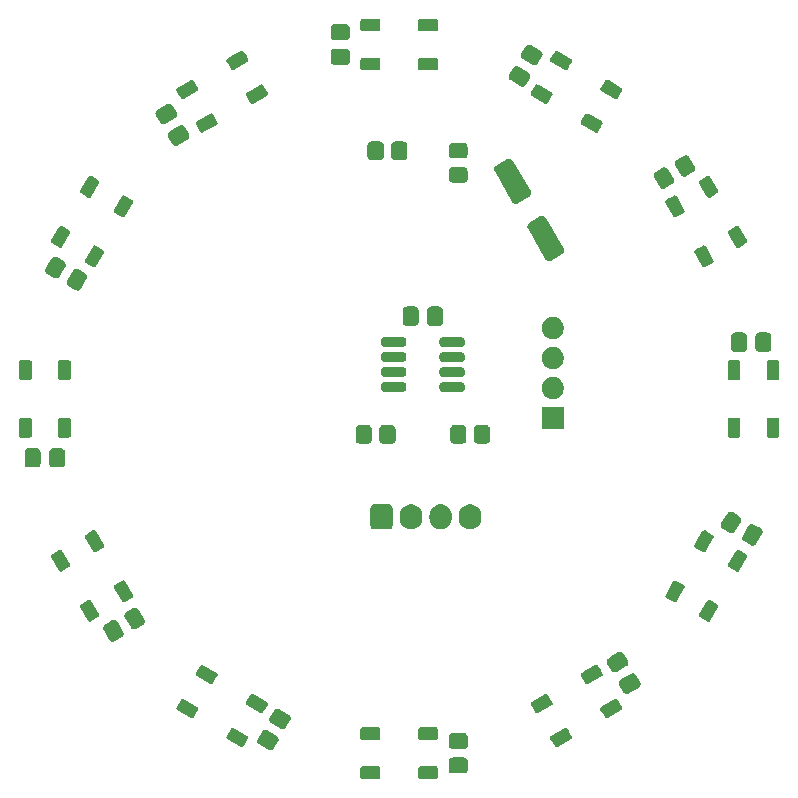
<source format=gbr>
%TF.GenerationSoftware,KiCad,Pcbnew,9.0.6*%
%TF.CreationDate,2026-02-24T16:40:53+01:00*%
%TF.ProjectId,MPC-Status,4d50432d-5374-4617-9475-732e6b696361,rev?*%
%TF.SameCoordinates,Original*%
%TF.FileFunction,Soldermask,Top*%
%TF.FilePolarity,Negative*%
%FSLAX46Y46*%
G04 Gerber Fmt 4.6, Leading zero omitted, Abs format (unit mm)*
G04 Created by KiCad (PCBNEW 9.0.6) date 2026-02-24 16:40:53*
%MOMM*%
%LPD*%
G01*
G04 APERTURE LIST*
G04 APERTURE END LIST*
G36*
X148278883Y-136123702D02*
G01*
X148337279Y-136162721D01*
X148376298Y-136221117D01*
X148390000Y-136290000D01*
X148390000Y-137010000D01*
X148376298Y-137078883D01*
X148337279Y-137137279D01*
X148278883Y-137176298D01*
X148210000Y-137190000D01*
X146890000Y-137190000D01*
X146821117Y-137176298D01*
X146762721Y-137137279D01*
X146723702Y-137078883D01*
X146710000Y-137010000D01*
X146710000Y-136290000D01*
X146723702Y-136221117D01*
X146762721Y-136162721D01*
X146821117Y-136123702D01*
X146890000Y-136110000D01*
X148210000Y-136110000D01*
X148278883Y-136123702D01*
G37*
G36*
X153178883Y-136123702D02*
G01*
X153237279Y-136162721D01*
X153276298Y-136221117D01*
X153290000Y-136290000D01*
X153290000Y-137010000D01*
X153276298Y-137078883D01*
X153237279Y-137137279D01*
X153178883Y-137176298D01*
X153110000Y-137190000D01*
X151790000Y-137190000D01*
X151721117Y-137176298D01*
X151662721Y-137137279D01*
X151623702Y-137078883D01*
X151610000Y-137010000D01*
X151610000Y-136290000D01*
X151623702Y-136221117D01*
X151662721Y-136162721D01*
X151721117Y-136123702D01*
X151790000Y-136110000D01*
X153110000Y-136110000D01*
X153178883Y-136123702D01*
G37*
G36*
X155562998Y-135371585D02*
G01*
X155572693Y-135376106D01*
X155579872Y-135377243D01*
X155631010Y-135403299D01*
X155670016Y-135421488D01*
X155673453Y-135424925D01*
X155674475Y-135425446D01*
X155749553Y-135500524D01*
X155750073Y-135501545D01*
X155753512Y-135504984D01*
X155771705Y-135544001D01*
X155797756Y-135595127D01*
X155798892Y-135602303D01*
X155803415Y-135612002D01*
X155815000Y-135700000D01*
X155815000Y-136375000D01*
X155803415Y-136462998D01*
X155798892Y-136472696D01*
X155797756Y-136479872D01*
X155771711Y-136530987D01*
X155753512Y-136570016D01*
X155750072Y-136573455D01*
X155749553Y-136574475D01*
X155674475Y-136649553D01*
X155673455Y-136650072D01*
X155670016Y-136653512D01*
X155630987Y-136671711D01*
X155579872Y-136697756D01*
X155572696Y-136698892D01*
X155562998Y-136703415D01*
X155475000Y-136715000D01*
X154525000Y-136715000D01*
X154437002Y-136703415D01*
X154427303Y-136698892D01*
X154420127Y-136697756D01*
X154369001Y-136671705D01*
X154329984Y-136653512D01*
X154326545Y-136650073D01*
X154325524Y-136649553D01*
X154250446Y-136574475D01*
X154249925Y-136573453D01*
X154246488Y-136570016D01*
X154228299Y-136531010D01*
X154202243Y-136479872D01*
X154201106Y-136472693D01*
X154196585Y-136462998D01*
X154185000Y-136375000D01*
X154185000Y-135700000D01*
X154196585Y-135612002D01*
X154201105Y-135602306D01*
X154202243Y-135595127D01*
X154228304Y-135543978D01*
X154246488Y-135504984D01*
X154249924Y-135501547D01*
X154250446Y-135500524D01*
X154325524Y-135425446D01*
X154326547Y-135424924D01*
X154329984Y-135421488D01*
X154368978Y-135403304D01*
X154420127Y-135377243D01*
X154427306Y-135376105D01*
X154437002Y-135371585D01*
X154525000Y-135360000D01*
X155475000Y-135360000D01*
X155562998Y-135371585D01*
G37*
G36*
X138651864Y-133033760D02*
G01*
X138709193Y-133036765D01*
X138715980Y-133039370D01*
X138726637Y-133040303D01*
X138808638Y-133074269D01*
X138812103Y-133076269D01*
X138812104Y-133076270D01*
X139627898Y-133547268D01*
X139627902Y-133547271D01*
X139631362Y-133549269D01*
X139701778Y-133603301D01*
X139707913Y-133612063D01*
X139713560Y-133616636D01*
X139744805Y-133664750D01*
X139769507Y-133700027D01*
X139770766Y-133704725D01*
X139771389Y-133705685D01*
X139798869Y-133808245D01*
X139798809Y-133809383D01*
X139800069Y-133814085D01*
X139796314Y-133857000D01*
X139793313Y-133914273D01*
X139790709Y-133921054D01*
X139789777Y-133931716D01*
X139755811Y-134013717D01*
X139418311Y-134598285D01*
X139364279Y-134668701D01*
X139355509Y-134674841D01*
X139350942Y-134680482D01*
X139302862Y-134711705D01*
X139267553Y-134736429D01*
X139262850Y-134737688D01*
X139261893Y-134738311D01*
X139159334Y-134765792D01*
X139158192Y-134765732D01*
X139153495Y-134766991D01*
X139110608Y-134763238D01*
X139053306Y-134760236D01*
X139046521Y-134757631D01*
X139035863Y-134756699D01*
X138953862Y-134722733D01*
X138567168Y-134499475D01*
X138134601Y-134249733D01*
X138134598Y-134249730D01*
X138131138Y-134247733D01*
X138060722Y-134193701D01*
X138054585Y-134184937D01*
X138048939Y-134180365D01*
X138017689Y-134132244D01*
X137992993Y-134096975D01*
X137991734Y-134092277D01*
X137991110Y-134091316D01*
X137963630Y-133988756D01*
X137963689Y-133987614D01*
X137962431Y-133982917D01*
X137966183Y-133940031D01*
X137969186Y-133882728D01*
X137971790Y-133875942D01*
X137972723Y-133865286D01*
X138006689Y-133783285D01*
X138008688Y-133779821D01*
X138008690Y-133779818D01*
X138342188Y-133202181D01*
X138342191Y-133202176D01*
X138344189Y-133198717D01*
X138398221Y-133128301D01*
X138406985Y-133122163D01*
X138411557Y-133116519D01*
X138459670Y-133085273D01*
X138494947Y-133060573D01*
X138499644Y-133059314D01*
X138500606Y-133058690D01*
X138603165Y-133031209D01*
X138604310Y-133031269D01*
X138609005Y-133030011D01*
X138651864Y-133033760D01*
G37*
G36*
X155562998Y-133296585D02*
G01*
X155572693Y-133301106D01*
X155579872Y-133302243D01*
X155631010Y-133328299D01*
X155670016Y-133346488D01*
X155673453Y-133349925D01*
X155674475Y-133350446D01*
X155749553Y-133425524D01*
X155750073Y-133426545D01*
X155753512Y-133429984D01*
X155771705Y-133469001D01*
X155797756Y-133520127D01*
X155798892Y-133527303D01*
X155803415Y-133537002D01*
X155815000Y-133625000D01*
X155815000Y-134300000D01*
X155803415Y-134387998D01*
X155798892Y-134397696D01*
X155797756Y-134404872D01*
X155771711Y-134455987D01*
X155753512Y-134495016D01*
X155750072Y-134498455D01*
X155749553Y-134499475D01*
X155674475Y-134574553D01*
X155673455Y-134575072D01*
X155670016Y-134578512D01*
X155630987Y-134596711D01*
X155579872Y-134622756D01*
X155572696Y-134623892D01*
X155562998Y-134628415D01*
X155475000Y-134640000D01*
X154525000Y-134640000D01*
X154437002Y-134628415D01*
X154427303Y-134623892D01*
X154420127Y-134622756D01*
X154369001Y-134596705D01*
X154329984Y-134578512D01*
X154326545Y-134575073D01*
X154325524Y-134574553D01*
X154250446Y-134499475D01*
X154249925Y-134498453D01*
X154246488Y-134495016D01*
X154228299Y-134456010D01*
X154202243Y-134404872D01*
X154201106Y-134397693D01*
X154196585Y-134387998D01*
X154185000Y-134300000D01*
X154185000Y-133625000D01*
X154196585Y-133537002D01*
X154201105Y-133527306D01*
X154202243Y-133520127D01*
X154228304Y-133468978D01*
X154246488Y-133429984D01*
X154249924Y-133426547D01*
X154250446Y-133425524D01*
X154325524Y-133350446D01*
X154326547Y-133349924D01*
X154329984Y-133346488D01*
X154368978Y-133328304D01*
X154420127Y-133302243D01*
X154427306Y-133301105D01*
X154437002Y-133296585D01*
X154525000Y-133285000D01*
X155475000Y-133285000D01*
X155562998Y-133296585D01*
G37*
G36*
X135995185Y-132856288D02*
G01*
X136108130Y-132921497D01*
X137134003Y-133513784D01*
X137134005Y-133513785D01*
X137138339Y-133516288D01*
X137191142Y-133562596D01*
X137222205Y-133625586D01*
X137226799Y-133695667D01*
X137204223Y-133762173D01*
X137106337Y-133931716D01*
X136846727Y-134381376D01*
X136846723Y-134381379D01*
X136844223Y-134385711D01*
X136797916Y-134438515D01*
X136734926Y-134469577D01*
X136664844Y-134474171D01*
X136598339Y-134451596D01*
X135455185Y-133791596D01*
X135402382Y-133745288D01*
X135371319Y-133682298D01*
X135366725Y-133612217D01*
X135389301Y-133545711D01*
X135394329Y-133537002D01*
X135746796Y-132926507D01*
X135746804Y-132926497D01*
X135749301Y-132922173D01*
X135795608Y-132869369D01*
X135858598Y-132838307D01*
X135928680Y-132833713D01*
X135995185Y-132856288D01*
G37*
G36*
X164141402Y-132838307D02*
G01*
X164204392Y-132869369D01*
X164250699Y-132922173D01*
X164495677Y-133346488D01*
X164608199Y-133541380D01*
X164608199Y-133541382D01*
X164610699Y-133545711D01*
X164633275Y-133612217D01*
X164628681Y-133682298D01*
X164597618Y-133745288D01*
X164544815Y-133791596D01*
X163401661Y-134451596D01*
X163335156Y-134474171D01*
X163265074Y-134469577D01*
X163202084Y-134438515D01*
X163155777Y-134385711D01*
X162926595Y-133988756D01*
X162798276Y-133766503D01*
X162798274Y-133766499D01*
X162795777Y-133762173D01*
X162773201Y-133695667D01*
X162777795Y-133625586D01*
X162808858Y-133562596D01*
X162861661Y-133516288D01*
X163242198Y-133296585D01*
X164000483Y-132858788D01*
X164000487Y-132858786D01*
X164004815Y-132856288D01*
X164071320Y-132833713D01*
X164141402Y-132838307D01*
G37*
G36*
X148278883Y-132823702D02*
G01*
X148337279Y-132862721D01*
X148376298Y-132921117D01*
X148390000Y-132990000D01*
X148390000Y-133710000D01*
X148376298Y-133778883D01*
X148337279Y-133837279D01*
X148278883Y-133876298D01*
X148210000Y-133890000D01*
X146890000Y-133890000D01*
X146821117Y-133876298D01*
X146762721Y-133837279D01*
X146723702Y-133778883D01*
X146710000Y-133710000D01*
X146710000Y-132990000D01*
X146723702Y-132921117D01*
X146762721Y-132862721D01*
X146821117Y-132823702D01*
X146890000Y-132810000D01*
X148210000Y-132810000D01*
X148278883Y-132823702D01*
G37*
G36*
X153178883Y-132823702D02*
G01*
X153237279Y-132862721D01*
X153276298Y-132921117D01*
X153290000Y-132990000D01*
X153290000Y-133710000D01*
X153276298Y-133778883D01*
X153237279Y-133837279D01*
X153178883Y-133876298D01*
X153110000Y-133890000D01*
X151790000Y-133890000D01*
X151721117Y-133876298D01*
X151662721Y-133837279D01*
X151623702Y-133778883D01*
X151610000Y-133710000D01*
X151610000Y-132990000D01*
X151623702Y-132921117D01*
X151662721Y-132862721D01*
X151721117Y-132823702D01*
X151790000Y-132810000D01*
X153110000Y-132810000D01*
X153178883Y-132823702D01*
G37*
G36*
X139689364Y-131236758D02*
G01*
X139746693Y-131239763D01*
X139753480Y-131242368D01*
X139764137Y-131243301D01*
X139846138Y-131277267D01*
X139849603Y-131279267D01*
X139849604Y-131279268D01*
X140665398Y-131750266D01*
X140665402Y-131750269D01*
X140668862Y-131752267D01*
X140739278Y-131806299D01*
X140745413Y-131815061D01*
X140751060Y-131819634D01*
X140782305Y-131867748D01*
X140807007Y-131903025D01*
X140808266Y-131907723D01*
X140808889Y-131908683D01*
X140836369Y-132011243D01*
X140836309Y-132012381D01*
X140837569Y-132017083D01*
X140833814Y-132059998D01*
X140830813Y-132117271D01*
X140828209Y-132124052D01*
X140827277Y-132134714D01*
X140793311Y-132216715D01*
X140455811Y-132801283D01*
X140401779Y-132871699D01*
X140393009Y-132877839D01*
X140388442Y-132883480D01*
X140340362Y-132914703D01*
X140305053Y-132939427D01*
X140300350Y-132940686D01*
X140299393Y-132941309D01*
X140196834Y-132968790D01*
X140195692Y-132968730D01*
X140190995Y-132969989D01*
X140148108Y-132966236D01*
X140090806Y-132963234D01*
X140084021Y-132960629D01*
X140073363Y-132959697D01*
X139991362Y-132925731D01*
X139711189Y-132763973D01*
X139172101Y-132452731D01*
X139172098Y-132452728D01*
X139168638Y-132450731D01*
X139098222Y-132396699D01*
X139092085Y-132387935D01*
X139086439Y-132383363D01*
X139055189Y-132335242D01*
X139030493Y-132299973D01*
X139029234Y-132295275D01*
X139028610Y-132294314D01*
X139001130Y-132191754D01*
X139001189Y-132190612D01*
X138999931Y-132185915D01*
X139003683Y-132143029D01*
X139006686Y-132085726D01*
X139009290Y-132078940D01*
X139010223Y-132068284D01*
X139044189Y-131986283D01*
X139046188Y-131982819D01*
X139046190Y-131982816D01*
X139379688Y-131405179D01*
X139379691Y-131405174D01*
X139381689Y-131401715D01*
X139435721Y-131331299D01*
X139444485Y-131325161D01*
X139449057Y-131319517D01*
X139497170Y-131288271D01*
X139532447Y-131263571D01*
X139537144Y-131262312D01*
X139538106Y-131261688D01*
X139640665Y-131234207D01*
X139641810Y-131234267D01*
X139646505Y-131233009D01*
X139689364Y-131236758D01*
G37*
G36*
X131751661Y-130406288D02*
G01*
X131865777Y-130472173D01*
X132890479Y-131063784D01*
X132890481Y-131063785D01*
X132894815Y-131066288D01*
X132947618Y-131112596D01*
X132978681Y-131175586D01*
X132983275Y-131245667D01*
X132960699Y-131312173D01*
X132799598Y-131591208D01*
X132603203Y-131931376D01*
X132603199Y-131931379D01*
X132600699Y-131935711D01*
X132554392Y-131988515D01*
X132491402Y-132019577D01*
X132421320Y-132024171D01*
X132354815Y-132001596D01*
X131211661Y-131341596D01*
X131158858Y-131295288D01*
X131127795Y-131232298D01*
X131123201Y-131162217D01*
X131145777Y-131095711D01*
X131162764Y-131066288D01*
X131503272Y-130476507D01*
X131503280Y-130476497D01*
X131505777Y-130472173D01*
X131552084Y-130419369D01*
X131615074Y-130388307D01*
X131685156Y-130383713D01*
X131751661Y-130406288D01*
G37*
G36*
X168384926Y-130388307D02*
G01*
X168447916Y-130419369D01*
X168494223Y-130472173D01*
X168705232Y-130837652D01*
X168851723Y-131091380D01*
X168851723Y-131091382D01*
X168854223Y-131095711D01*
X168876799Y-131162217D01*
X168872205Y-131232298D01*
X168841142Y-131295288D01*
X168788339Y-131341596D01*
X167645185Y-132001596D01*
X167578680Y-132024171D01*
X167508598Y-132019577D01*
X167445608Y-131988515D01*
X167399301Y-131935711D01*
X167214881Y-131616287D01*
X167041800Y-131316503D01*
X167041798Y-131316499D01*
X167039301Y-131312173D01*
X167016725Y-131245667D01*
X167021319Y-131175586D01*
X167052382Y-131112596D01*
X167105185Y-131066288D01*
X167378276Y-130908619D01*
X168244007Y-130408788D01*
X168244011Y-130408786D01*
X168248339Y-130406288D01*
X168314844Y-130383713D01*
X168384926Y-130388307D01*
G37*
G36*
X137645185Y-129998404D02*
G01*
X137759301Y-130064289D01*
X138784003Y-130655900D01*
X138784005Y-130655901D01*
X138788339Y-130658404D01*
X138841142Y-130704712D01*
X138872205Y-130767702D01*
X138876799Y-130837783D01*
X138854223Y-130904289D01*
X138697441Y-131175843D01*
X138496727Y-131523492D01*
X138496723Y-131523495D01*
X138494223Y-131527827D01*
X138447916Y-131580631D01*
X138384926Y-131611693D01*
X138314844Y-131616287D01*
X138248339Y-131593712D01*
X137105185Y-130933712D01*
X137052382Y-130887404D01*
X137021319Y-130824414D01*
X137016725Y-130754333D01*
X137039301Y-130687827D01*
X137056288Y-130658404D01*
X137396796Y-130068623D01*
X137396804Y-130068613D01*
X137399301Y-130064289D01*
X137445608Y-130011485D01*
X137508598Y-129980423D01*
X137578680Y-129975829D01*
X137645185Y-129998404D01*
G37*
G36*
X162491402Y-129980423D02*
G01*
X162554392Y-130011485D01*
X162600699Y-130064289D01*
X162806160Y-130420158D01*
X162958199Y-130683496D01*
X162958199Y-130683498D01*
X162960699Y-130687827D01*
X162983275Y-130754333D01*
X162978681Y-130824414D01*
X162947618Y-130887404D01*
X162894815Y-130933712D01*
X161751661Y-131593712D01*
X161685156Y-131616287D01*
X161615074Y-131611693D01*
X161552084Y-131580631D01*
X161505777Y-131527827D01*
X161294692Y-131162217D01*
X161148276Y-130908619D01*
X161148274Y-130908615D01*
X161145777Y-130904289D01*
X161123201Y-130837783D01*
X161127795Y-130767702D01*
X161158858Y-130704712D01*
X161211661Y-130658404D01*
X161526716Y-130476507D01*
X162350483Y-130000904D01*
X162350487Y-130000902D01*
X162354815Y-129998404D01*
X162421320Y-129975829D01*
X162491402Y-129980423D01*
G37*
G36*
X169795689Y-128231268D02*
G01*
X169796834Y-128231209D01*
X169899393Y-128258690D01*
X169900353Y-128259313D01*
X169905053Y-128260573D01*
X169940342Y-128285282D01*
X169988442Y-128316519D01*
X169993011Y-128322162D01*
X170001779Y-128328301D01*
X170055811Y-128398717D01*
X170393311Y-128983285D01*
X170427277Y-129065286D01*
X170428209Y-129075944D01*
X170430813Y-129082727D01*
X170433814Y-129140003D01*
X170437569Y-129182917D01*
X170436309Y-129187617D01*
X170436369Y-129188756D01*
X170408889Y-129291316D01*
X170408266Y-129292274D01*
X170407007Y-129296975D01*
X170382303Y-129332255D01*
X170351061Y-129380365D01*
X170345414Y-129384937D01*
X170339278Y-129393701D01*
X170268862Y-129447733D01*
X169446138Y-129922733D01*
X169364137Y-129956699D01*
X169353477Y-129957631D01*
X169346693Y-129960236D01*
X169289392Y-129963238D01*
X169246505Y-129966991D01*
X169241806Y-129965732D01*
X169240665Y-129965792D01*
X169138106Y-129938311D01*
X169137147Y-129937688D01*
X169132447Y-129936429D01*
X169097150Y-129911714D01*
X169049057Y-129880482D01*
X169044487Y-129874839D01*
X169035721Y-129868701D01*
X168981689Y-129798285D01*
X168644189Y-129213717D01*
X168610223Y-129131716D01*
X168609290Y-129121059D01*
X168606686Y-129114274D01*
X168603683Y-129056971D01*
X168599931Y-129014085D01*
X168601189Y-129009386D01*
X168601130Y-129008245D01*
X168628610Y-128905685D01*
X168629234Y-128904723D01*
X168630493Y-128900027D01*
X168655173Y-128864779D01*
X168686438Y-128816636D01*
X168692088Y-128812060D01*
X168698222Y-128803301D01*
X168768638Y-128749269D01*
X169309857Y-128436796D01*
X169587899Y-128276268D01*
X169587900Y-128276267D01*
X169591362Y-128274269D01*
X169673363Y-128240303D01*
X169684017Y-128239370D01*
X169690806Y-128236765D01*
X169748136Y-128233760D01*
X169790995Y-128230011D01*
X169795689Y-128231268D01*
G37*
G36*
X133401661Y-127548404D02*
G01*
X133462212Y-127583363D01*
X134540479Y-128205900D01*
X134540481Y-128205901D01*
X134544815Y-128208404D01*
X134597618Y-128254712D01*
X134628681Y-128317702D01*
X134633275Y-128387783D01*
X134610699Y-128454289D01*
X134441546Y-128747270D01*
X134253203Y-129073492D01*
X134253199Y-129073495D01*
X134250699Y-129077827D01*
X134204392Y-129130631D01*
X134141402Y-129161693D01*
X134071320Y-129166287D01*
X134004815Y-129143712D01*
X132861661Y-128483712D01*
X132808858Y-128437404D01*
X132777795Y-128374414D01*
X132773201Y-128304333D01*
X132795777Y-128237827D01*
X132799598Y-128231209D01*
X133153272Y-127618623D01*
X133153280Y-127618613D01*
X133155777Y-127614289D01*
X133202084Y-127561485D01*
X133265074Y-127530423D01*
X133335156Y-127525829D01*
X133401661Y-127548404D01*
G37*
G36*
X166734926Y-127530423D02*
G01*
X166797916Y-127561485D01*
X166844223Y-127614289D01*
X167065654Y-127997819D01*
X167201723Y-128233496D01*
X167201723Y-128233498D01*
X167204223Y-128237827D01*
X167226799Y-128304333D01*
X167222205Y-128374414D01*
X167191142Y-128437404D01*
X167138339Y-128483712D01*
X165995185Y-129143712D01*
X165928680Y-129166287D01*
X165858598Y-129161693D01*
X165795608Y-129130631D01*
X165749301Y-129077827D01*
X165407733Y-128486215D01*
X165391800Y-128458619D01*
X165391798Y-128458615D01*
X165389301Y-128454289D01*
X165366725Y-128387783D01*
X165371319Y-128317702D01*
X165402382Y-128254712D01*
X165455185Y-128208404D01*
X165819929Y-127997819D01*
X166594007Y-127550904D01*
X166594011Y-127550902D01*
X166598339Y-127548404D01*
X166664844Y-127525829D01*
X166734926Y-127530423D01*
G37*
G36*
X168758189Y-126434266D02*
G01*
X168759334Y-126434207D01*
X168861893Y-126461688D01*
X168862853Y-126462311D01*
X168867553Y-126463571D01*
X168902842Y-126488280D01*
X168950942Y-126519517D01*
X168955511Y-126525160D01*
X168964279Y-126531299D01*
X169018311Y-126601715D01*
X169355811Y-127186283D01*
X169389777Y-127268284D01*
X169390709Y-127278942D01*
X169393313Y-127285725D01*
X169396314Y-127343001D01*
X169400069Y-127385915D01*
X169398809Y-127390615D01*
X169398869Y-127391754D01*
X169371389Y-127494314D01*
X169370766Y-127495272D01*
X169369507Y-127499973D01*
X169344803Y-127535253D01*
X169313561Y-127583363D01*
X169307914Y-127587935D01*
X169301778Y-127596699D01*
X169231362Y-127650731D01*
X168408638Y-128125731D01*
X168326637Y-128159697D01*
X168315977Y-128160629D01*
X168309193Y-128163234D01*
X168251892Y-128166236D01*
X168209005Y-128169989D01*
X168204306Y-128168730D01*
X168203165Y-128168790D01*
X168100606Y-128141309D01*
X168099647Y-128140686D01*
X168094947Y-128139427D01*
X168059650Y-128114712D01*
X168011557Y-128083480D01*
X168006987Y-128077837D01*
X167998221Y-128071699D01*
X167944189Y-128001283D01*
X167684163Y-127550904D01*
X167608688Y-127420178D01*
X167608687Y-127420176D01*
X167606689Y-127416715D01*
X167572723Y-127334714D01*
X167571790Y-127324057D01*
X167569186Y-127317272D01*
X167566183Y-127259969D01*
X167562431Y-127217083D01*
X167563689Y-127212384D01*
X167563630Y-127211243D01*
X167591110Y-127108683D01*
X167591734Y-127107721D01*
X167592993Y-127103025D01*
X167617673Y-127067777D01*
X167648938Y-127019634D01*
X167654588Y-127015058D01*
X167660722Y-127006299D01*
X167731138Y-126952267D01*
X168142500Y-126714767D01*
X168550399Y-126479266D01*
X168550400Y-126479265D01*
X168553862Y-126477267D01*
X168635863Y-126443301D01*
X168646517Y-126442368D01*
X168653306Y-126439763D01*
X168710636Y-126436758D01*
X168753495Y-126433009D01*
X168758189Y-126434266D01*
G37*
G36*
X125892111Y-123719939D02*
G01*
X125893253Y-123719880D01*
X125995813Y-123747360D01*
X125996774Y-123747984D01*
X126001472Y-123749243D01*
X126036732Y-123773932D01*
X126084862Y-123805188D01*
X126089436Y-123810836D01*
X126098198Y-123816972D01*
X126152230Y-123887388D01*
X126627230Y-124710112D01*
X126661196Y-124792113D01*
X126662128Y-124802771D01*
X126664733Y-124809556D01*
X126667735Y-124866858D01*
X126671488Y-124909745D01*
X126670229Y-124914442D01*
X126670289Y-124915584D01*
X126642808Y-125018143D01*
X126642185Y-125019100D01*
X126640926Y-125023803D01*
X126616202Y-125059112D01*
X126584979Y-125107192D01*
X126579338Y-125111759D01*
X126573198Y-125120529D01*
X126502782Y-125174561D01*
X125918214Y-125512061D01*
X125836213Y-125546027D01*
X125825552Y-125546959D01*
X125818771Y-125549563D01*
X125761496Y-125552564D01*
X125718582Y-125556319D01*
X125713880Y-125555059D01*
X125712742Y-125555119D01*
X125610182Y-125527639D01*
X125609222Y-125527016D01*
X125604524Y-125525757D01*
X125569256Y-125501062D01*
X125521133Y-125469811D01*
X125516559Y-125464162D01*
X125507798Y-125458028D01*
X125453766Y-125387612D01*
X124978766Y-124564888D01*
X124944800Y-124482887D01*
X124943867Y-124472230D01*
X124941262Y-124465443D01*
X124938257Y-124408114D01*
X124934508Y-124365255D01*
X124935766Y-124360560D01*
X124935706Y-124359415D01*
X124963187Y-124256856D01*
X124963811Y-124255894D01*
X124965070Y-124251197D01*
X124989770Y-124215920D01*
X125021016Y-124167807D01*
X125026660Y-124163236D01*
X125032798Y-124154471D01*
X125103214Y-124100439D01*
X125310707Y-123980643D01*
X125684318Y-123764938D01*
X125684322Y-123764936D01*
X125687782Y-123762939D01*
X125769783Y-123728973D01*
X125780438Y-123728040D01*
X125787224Y-123725436D01*
X125844529Y-123722433D01*
X125887414Y-123718681D01*
X125892111Y-123719939D01*
G37*
G36*
X127689113Y-122682439D02*
G01*
X127690255Y-122682380D01*
X127792815Y-122709860D01*
X127793776Y-122710484D01*
X127798474Y-122711743D01*
X127833734Y-122736432D01*
X127881864Y-122767688D01*
X127886438Y-122773336D01*
X127895200Y-122779472D01*
X127949232Y-122849888D01*
X128424232Y-123672612D01*
X128458198Y-123754613D01*
X128459130Y-123765271D01*
X128461735Y-123772056D01*
X128464737Y-123829358D01*
X128468490Y-123872245D01*
X128467231Y-123876942D01*
X128467291Y-123878084D01*
X128439810Y-123980643D01*
X128439187Y-123981600D01*
X128437928Y-123986303D01*
X128413204Y-124021612D01*
X128381981Y-124069692D01*
X128376340Y-124074259D01*
X128370200Y-124083029D01*
X128299784Y-124137061D01*
X127715216Y-124474561D01*
X127633215Y-124508527D01*
X127622554Y-124509459D01*
X127615773Y-124512063D01*
X127558498Y-124515064D01*
X127515584Y-124518819D01*
X127510882Y-124517559D01*
X127509744Y-124517619D01*
X127407184Y-124490139D01*
X127406224Y-124489516D01*
X127401526Y-124488257D01*
X127366258Y-124463562D01*
X127318135Y-124432311D01*
X127313561Y-124426662D01*
X127304800Y-124420528D01*
X127250768Y-124350112D01*
X126775768Y-123527388D01*
X126741802Y-123445387D01*
X126740869Y-123434730D01*
X126738264Y-123427943D01*
X126735259Y-123370614D01*
X126731510Y-123327755D01*
X126732768Y-123323060D01*
X126732708Y-123321915D01*
X126760189Y-123219356D01*
X126760813Y-123218394D01*
X126762072Y-123213697D01*
X126786772Y-123178420D01*
X126818018Y-123130307D01*
X126823662Y-123125736D01*
X126829800Y-123116971D01*
X126900216Y-123062939D01*
X127064178Y-122968275D01*
X127481320Y-122727438D01*
X127481324Y-122727436D01*
X127484784Y-122725439D01*
X127566785Y-122691473D01*
X127577440Y-122690540D01*
X127584226Y-122687936D01*
X127641531Y-122684933D01*
X127684416Y-122681181D01*
X127689113Y-122682439D01*
G37*
G36*
X123824414Y-122021319D02*
G01*
X123887404Y-122052382D01*
X123933712Y-122105185D01*
X124593712Y-123248339D01*
X124616287Y-123314844D01*
X124611693Y-123384926D01*
X124580631Y-123447916D01*
X124527827Y-123494223D01*
X123904289Y-123854223D01*
X123837783Y-123876799D01*
X123767702Y-123872205D01*
X123704712Y-123841142D01*
X123658404Y-123788339D01*
X123238440Y-123060940D01*
X123000904Y-122649516D01*
X123000903Y-122649513D01*
X122998404Y-122645185D01*
X122975829Y-122578680D01*
X122980423Y-122508598D01*
X123011485Y-122445608D01*
X123064289Y-122399301D01*
X123152339Y-122348465D01*
X123683496Y-122041800D01*
X123683502Y-122041797D01*
X123687827Y-122039301D01*
X123754333Y-122016725D01*
X123824414Y-122021319D01*
G37*
G36*
X176312173Y-122039301D02*
G01*
X176316508Y-122041804D01*
X176931376Y-122396796D01*
X176931383Y-122396802D01*
X176935711Y-122399301D01*
X176988515Y-122445608D01*
X177019577Y-122508598D01*
X177024171Y-122578680D01*
X177001596Y-122645185D01*
X176341596Y-123788339D01*
X176295288Y-123841142D01*
X176232298Y-123872205D01*
X176162217Y-123876799D01*
X176095711Y-123854223D01*
X175910619Y-123747360D01*
X175476507Y-123496727D01*
X175476501Y-123496721D01*
X175472173Y-123494223D01*
X175419369Y-123447916D01*
X175388307Y-123384926D01*
X175383713Y-123314844D01*
X175406288Y-123248339D01*
X175423021Y-123219356D01*
X176063784Y-122109520D01*
X176063787Y-122109516D01*
X176066288Y-122105185D01*
X176112596Y-122052382D01*
X176175586Y-122021319D01*
X176245667Y-122016725D01*
X176312173Y-122039301D01*
G37*
G36*
X126682298Y-120371319D02*
G01*
X126745288Y-120402382D01*
X126791596Y-120455185D01*
X127451596Y-121598339D01*
X127474171Y-121664844D01*
X127469577Y-121734926D01*
X127438515Y-121797916D01*
X127385711Y-121844223D01*
X126762173Y-122204223D01*
X126695667Y-122226799D01*
X126625586Y-122222205D01*
X126562596Y-122191142D01*
X126516288Y-122138339D01*
X126109254Y-121433335D01*
X125858788Y-120999516D01*
X125858787Y-120999513D01*
X125856288Y-120995185D01*
X125833713Y-120928680D01*
X125838307Y-120858598D01*
X125869369Y-120795608D01*
X125922173Y-120749301D01*
X126010223Y-120698465D01*
X126541380Y-120391800D01*
X126541386Y-120391797D01*
X126545711Y-120389301D01*
X126612217Y-120366725D01*
X126682298Y-120371319D01*
G37*
G36*
X173454289Y-120389301D02*
G01*
X173458624Y-120391804D01*
X174073492Y-120746796D01*
X174073499Y-120746802D01*
X174077827Y-120749301D01*
X174130631Y-120795608D01*
X174161693Y-120858598D01*
X174166287Y-120928680D01*
X174143712Y-120995185D01*
X173483712Y-122138339D01*
X173437404Y-122191142D01*
X173374414Y-122222205D01*
X173304333Y-122226799D01*
X173237827Y-122204223D01*
X173066288Y-122105185D01*
X172618623Y-121846727D01*
X172618617Y-121846721D01*
X172614289Y-121844223D01*
X172561485Y-121797916D01*
X172530423Y-121734926D01*
X172525829Y-121664844D01*
X172548404Y-121598339D01*
X172550907Y-121594003D01*
X173205900Y-120459520D01*
X173205903Y-120459516D01*
X173208404Y-120455185D01*
X173254712Y-120402382D01*
X173317702Y-120371319D01*
X173387783Y-120366725D01*
X173454289Y-120389301D01*
G37*
G36*
X121374414Y-117777795D02*
G01*
X121437404Y-117808858D01*
X121483712Y-117861661D01*
X122143712Y-119004815D01*
X122166287Y-119071320D01*
X122161693Y-119141402D01*
X122130631Y-119204392D01*
X122077827Y-119250699D01*
X121454289Y-119610699D01*
X121387783Y-119633275D01*
X121317702Y-119628681D01*
X121254712Y-119597618D01*
X121208404Y-119544815D01*
X120801370Y-118839811D01*
X120550904Y-118405992D01*
X120550903Y-118405989D01*
X120548404Y-118401661D01*
X120525829Y-118335156D01*
X120530423Y-118265074D01*
X120561485Y-118202084D01*
X120614289Y-118155777D01*
X120702339Y-118104941D01*
X121233496Y-117798276D01*
X121233502Y-117798273D01*
X121237827Y-117795777D01*
X121304333Y-117773201D01*
X121374414Y-117777795D01*
G37*
G36*
X178762173Y-117795777D02*
G01*
X178766508Y-117798280D01*
X179381376Y-118153272D01*
X179381383Y-118153278D01*
X179385711Y-118155777D01*
X179438515Y-118202084D01*
X179469577Y-118265074D01*
X179474171Y-118335156D01*
X179451596Y-118401661D01*
X178791596Y-119544815D01*
X178745288Y-119597618D01*
X178682298Y-119628681D01*
X178612217Y-119633275D01*
X178545711Y-119610699D01*
X178383675Y-119517147D01*
X177926507Y-119253203D01*
X177926501Y-119253197D01*
X177922173Y-119250699D01*
X177869369Y-119204392D01*
X177838307Y-119141402D01*
X177833713Y-119071320D01*
X177856288Y-119004815D01*
X177858791Y-119000479D01*
X178513784Y-117865996D01*
X178513787Y-117865992D01*
X178516288Y-117861661D01*
X178562596Y-117808858D01*
X178625586Y-117777795D01*
X178695667Y-117773201D01*
X178762173Y-117795777D01*
G37*
G36*
X124232298Y-116127795D02*
G01*
X124295288Y-116158858D01*
X124341596Y-116211661D01*
X125001596Y-117354815D01*
X125024171Y-117421320D01*
X125019577Y-117491402D01*
X124988515Y-117554392D01*
X124935711Y-117600699D01*
X124312173Y-117960699D01*
X124245667Y-117983275D01*
X124175586Y-117978681D01*
X124112596Y-117947618D01*
X124066288Y-117894815D01*
X123581889Y-117055811D01*
X123408788Y-116755992D01*
X123408787Y-116755989D01*
X123406288Y-116751661D01*
X123383713Y-116685156D01*
X123388307Y-116615074D01*
X123419369Y-116552084D01*
X123472173Y-116505777D01*
X123575471Y-116446138D01*
X124091380Y-116148276D01*
X124091386Y-116148273D01*
X124095711Y-116145777D01*
X124162217Y-116123201D01*
X124232298Y-116127795D01*
G37*
G36*
X175904289Y-116145777D02*
G01*
X175908624Y-116148280D01*
X176523492Y-116503272D01*
X176523499Y-116503278D01*
X176527827Y-116505777D01*
X176580631Y-116552084D01*
X176611693Y-116615074D01*
X176616287Y-116685156D01*
X176593712Y-116751661D01*
X175933712Y-117894815D01*
X175887404Y-117947618D01*
X175824414Y-117978681D01*
X175754333Y-117983275D01*
X175687827Y-117960699D01*
X175516288Y-117861661D01*
X175068623Y-117603203D01*
X175068617Y-117603197D01*
X175064289Y-117600699D01*
X175011485Y-117554392D01*
X174980423Y-117491402D01*
X174975829Y-117421320D01*
X174998404Y-117354815D01*
X175048029Y-117268862D01*
X175655900Y-116215996D01*
X175655903Y-116215992D01*
X175658404Y-116211661D01*
X175704712Y-116158858D01*
X175767702Y-116127795D01*
X175837783Y-116123201D01*
X175904289Y-116145777D01*
G37*
G36*
X179856972Y-115603683D02*
G01*
X179914273Y-115606686D01*
X179921057Y-115609290D01*
X179931716Y-115610223D01*
X180013717Y-115644189D01*
X180017182Y-115646189D01*
X180017183Y-115646190D01*
X180594820Y-115979688D01*
X180594822Y-115979689D01*
X180598285Y-115981689D01*
X180668701Y-116035721D01*
X180674839Y-116044487D01*
X180680482Y-116049057D01*
X180711714Y-116097150D01*
X180736429Y-116132447D01*
X180737688Y-116137147D01*
X180738311Y-116138106D01*
X180765792Y-116240665D01*
X180765732Y-116241806D01*
X180766991Y-116246505D01*
X180763238Y-116289392D01*
X180760236Y-116346693D01*
X180757631Y-116353477D01*
X180756699Y-116364137D01*
X180722733Y-116446138D01*
X180247733Y-117268862D01*
X180193701Y-117339278D01*
X180184935Y-117345415D01*
X180180365Y-117351060D01*
X180132264Y-117382296D01*
X180096975Y-117407007D01*
X180092274Y-117408266D01*
X180091316Y-117408889D01*
X179988756Y-117436369D01*
X179987617Y-117436309D01*
X179982917Y-117437569D01*
X179940002Y-117433814D01*
X179882728Y-117430813D01*
X179875946Y-117428209D01*
X179865286Y-117427277D01*
X179783285Y-117393311D01*
X179198717Y-117055811D01*
X179128301Y-117001779D01*
X179122162Y-116993011D01*
X179116519Y-116988442D01*
X179085282Y-116940342D01*
X179060573Y-116905053D01*
X179059313Y-116900353D01*
X179058690Y-116899393D01*
X179031209Y-116796834D01*
X179031268Y-116795689D01*
X179030011Y-116790995D01*
X179033760Y-116748136D01*
X179036765Y-116690806D01*
X179039370Y-116684017D01*
X179040303Y-116673363D01*
X179074269Y-116591362D01*
X179076268Y-116587898D01*
X179076270Y-116587895D01*
X179547268Y-115772101D01*
X179547273Y-115772093D01*
X179549269Y-115768638D01*
X179603301Y-115698222D01*
X179612061Y-115692087D01*
X179616636Y-115686439D01*
X179664770Y-115655180D01*
X179700027Y-115630493D01*
X179704723Y-115629234D01*
X179705685Y-115628610D01*
X179808245Y-115601130D01*
X179809386Y-115601189D01*
X179814085Y-115599931D01*
X179856972Y-115603683D01*
G37*
G36*
X178059970Y-114566183D02*
G01*
X178117271Y-114569186D01*
X178124055Y-114571790D01*
X178134714Y-114572723D01*
X178216715Y-114606689D01*
X178220180Y-114608689D01*
X178220181Y-114608690D01*
X178797818Y-114942188D01*
X178797820Y-114942189D01*
X178801283Y-114944189D01*
X178871699Y-114998221D01*
X178877837Y-115006987D01*
X178883480Y-115011557D01*
X178914712Y-115059650D01*
X178939427Y-115094947D01*
X178940686Y-115099647D01*
X178941309Y-115100606D01*
X178968790Y-115203165D01*
X178968730Y-115204306D01*
X178969989Y-115209005D01*
X178966236Y-115251892D01*
X178963234Y-115309193D01*
X178960629Y-115315977D01*
X178959697Y-115326637D01*
X178925731Y-115408638D01*
X178450731Y-116231362D01*
X178396699Y-116301778D01*
X178387933Y-116307915D01*
X178383363Y-116313560D01*
X178335262Y-116344796D01*
X178299973Y-116369507D01*
X178295272Y-116370766D01*
X178294314Y-116371389D01*
X178191754Y-116398869D01*
X178190615Y-116398809D01*
X178185915Y-116400069D01*
X178143000Y-116396314D01*
X178085726Y-116393313D01*
X178078944Y-116390709D01*
X178068284Y-116389777D01*
X177986283Y-116355811D01*
X177401715Y-116018311D01*
X177331299Y-115964279D01*
X177325160Y-115955511D01*
X177319517Y-115950942D01*
X177288280Y-115902842D01*
X177263571Y-115867553D01*
X177262311Y-115862853D01*
X177261688Y-115861893D01*
X177234207Y-115759334D01*
X177234266Y-115758189D01*
X177233009Y-115753495D01*
X177236758Y-115710636D01*
X177239763Y-115653306D01*
X177242368Y-115646517D01*
X177243301Y-115635863D01*
X177277267Y-115553862D01*
X177279266Y-115550398D01*
X177279268Y-115550395D01*
X177750266Y-114734601D01*
X177750271Y-114734593D01*
X177752267Y-114731138D01*
X177806299Y-114660722D01*
X177815059Y-114654587D01*
X177819634Y-114648939D01*
X177867768Y-114617680D01*
X177903025Y-114592993D01*
X177907721Y-114591734D01*
X177908683Y-114591110D01*
X178011243Y-114563630D01*
X178012384Y-114563689D01*
X178017083Y-114562431D01*
X178059970Y-114566183D01*
G37*
G36*
X149187998Y-113946585D02*
G01*
X149197693Y-113951106D01*
X149204872Y-113952243D01*
X149256010Y-113978299D01*
X149295016Y-113996488D01*
X149298453Y-113999925D01*
X149299475Y-114000446D01*
X149374553Y-114075524D01*
X149375073Y-114076545D01*
X149378512Y-114079984D01*
X149396705Y-114119001D01*
X149422756Y-114170127D01*
X149423892Y-114177303D01*
X149428415Y-114187002D01*
X149440000Y-114275000D01*
X149440000Y-115725000D01*
X149428415Y-115812998D01*
X149423892Y-115822696D01*
X149422756Y-115829872D01*
X149396711Y-115880987D01*
X149378512Y-115920016D01*
X149375072Y-115923455D01*
X149374553Y-115924475D01*
X149299475Y-115999553D01*
X149298455Y-116000072D01*
X149295016Y-116003512D01*
X149255987Y-116021711D01*
X149204872Y-116047756D01*
X149197696Y-116048892D01*
X149187998Y-116053415D01*
X149100000Y-116065000D01*
X147900000Y-116065000D01*
X147812002Y-116053415D01*
X147802303Y-116048892D01*
X147795127Y-116047756D01*
X147744001Y-116021705D01*
X147704984Y-116003512D01*
X147701545Y-116000073D01*
X147700524Y-115999553D01*
X147625446Y-115924475D01*
X147624925Y-115923453D01*
X147621488Y-115920016D01*
X147603299Y-115881010D01*
X147577243Y-115829872D01*
X147576106Y-115822693D01*
X147571585Y-115812998D01*
X147560000Y-115725000D01*
X147560000Y-114275000D01*
X147571585Y-114187002D01*
X147576105Y-114177306D01*
X147577243Y-114170127D01*
X147603304Y-114118978D01*
X147621488Y-114079984D01*
X147624924Y-114076547D01*
X147625446Y-114075524D01*
X147700524Y-114000446D01*
X147701547Y-113999924D01*
X147704984Y-113996488D01*
X147743978Y-113978304D01*
X147795127Y-113952243D01*
X147802306Y-113951105D01*
X147812002Y-113946585D01*
X147900000Y-113935000D01*
X149100000Y-113935000D01*
X149187998Y-113946585D01*
G37*
G36*
X151272868Y-113975476D02*
G01*
X151443113Y-114045994D01*
X151596330Y-114148370D01*
X151726630Y-114278670D01*
X151829006Y-114431887D01*
X151899524Y-114602132D01*
X151935474Y-114782864D01*
X151940000Y-114875000D01*
X151940000Y-115125000D01*
X151935474Y-115217136D01*
X151899524Y-115397868D01*
X151829006Y-115568113D01*
X151726630Y-115721330D01*
X151596330Y-115851630D01*
X151443113Y-115954006D01*
X151272868Y-116024524D01*
X151092136Y-116060474D01*
X150907864Y-116060474D01*
X150727132Y-116024524D01*
X150556887Y-115954006D01*
X150403670Y-115851630D01*
X150273370Y-115721330D01*
X150170994Y-115568113D01*
X150100476Y-115397868D01*
X150064526Y-115217136D01*
X150060000Y-115125000D01*
X150060000Y-114875000D01*
X150064526Y-114782864D01*
X150100476Y-114602132D01*
X150170994Y-114431887D01*
X150273370Y-114278670D01*
X150403670Y-114148370D01*
X150556887Y-114045994D01*
X150727132Y-113975476D01*
X150907864Y-113939526D01*
X151092136Y-113939526D01*
X151272868Y-113975476D01*
G37*
G36*
X153772868Y-113975476D02*
G01*
X153943113Y-114045994D01*
X154096330Y-114148370D01*
X154226630Y-114278670D01*
X154329006Y-114431887D01*
X154399524Y-114602132D01*
X154435474Y-114782864D01*
X154440000Y-114875000D01*
X154440000Y-115125000D01*
X154435474Y-115217136D01*
X154399524Y-115397868D01*
X154329006Y-115568113D01*
X154226630Y-115721330D01*
X154096330Y-115851630D01*
X153943113Y-115954006D01*
X153772868Y-116024524D01*
X153592136Y-116060474D01*
X153407864Y-116060474D01*
X153227132Y-116024524D01*
X153056887Y-115954006D01*
X152903670Y-115851630D01*
X152773370Y-115721330D01*
X152670994Y-115568113D01*
X152600476Y-115397868D01*
X152564526Y-115217136D01*
X152560000Y-115125000D01*
X152560000Y-114875000D01*
X152564526Y-114782864D01*
X152600476Y-114602132D01*
X152670994Y-114431887D01*
X152773370Y-114278670D01*
X152903670Y-114148370D01*
X153056887Y-114045994D01*
X153227132Y-113975476D01*
X153407864Y-113939526D01*
X153592136Y-113939526D01*
X153772868Y-113975476D01*
G37*
G36*
X156272868Y-113975476D02*
G01*
X156443113Y-114045994D01*
X156596330Y-114148370D01*
X156726630Y-114278670D01*
X156829006Y-114431887D01*
X156899524Y-114602132D01*
X156935474Y-114782864D01*
X156940000Y-114875000D01*
X156940000Y-115125000D01*
X156935474Y-115217136D01*
X156899524Y-115397868D01*
X156829006Y-115568113D01*
X156726630Y-115721330D01*
X156596330Y-115851630D01*
X156443113Y-115954006D01*
X156272868Y-116024524D01*
X156092136Y-116060474D01*
X155907864Y-116060474D01*
X155727132Y-116024524D01*
X155556887Y-115954006D01*
X155403670Y-115851630D01*
X155273370Y-115721330D01*
X155170994Y-115568113D01*
X155100476Y-115397868D01*
X155064526Y-115217136D01*
X155060000Y-115125000D01*
X155060000Y-114875000D01*
X155064526Y-114782864D01*
X155100476Y-114602132D01*
X155170994Y-114431887D01*
X155273370Y-114278670D01*
X155403670Y-114148370D01*
X155556887Y-114045994D01*
X155727132Y-113975476D01*
X155907864Y-113939526D01*
X156092136Y-113939526D01*
X156272868Y-113975476D01*
G37*
G36*
X119387998Y-109196585D02*
G01*
X119397693Y-109201106D01*
X119404872Y-109202243D01*
X119456010Y-109228299D01*
X119495016Y-109246488D01*
X119498453Y-109249925D01*
X119499475Y-109250446D01*
X119574553Y-109325524D01*
X119575073Y-109326545D01*
X119578512Y-109329984D01*
X119596705Y-109369001D01*
X119622756Y-109420127D01*
X119623892Y-109427303D01*
X119628415Y-109437002D01*
X119640000Y-109525000D01*
X119640000Y-110475000D01*
X119628415Y-110562998D01*
X119623892Y-110572696D01*
X119622756Y-110579872D01*
X119596711Y-110630987D01*
X119578512Y-110670016D01*
X119575072Y-110673455D01*
X119574553Y-110674475D01*
X119499475Y-110749553D01*
X119498455Y-110750072D01*
X119495016Y-110753512D01*
X119455987Y-110771711D01*
X119404872Y-110797756D01*
X119397696Y-110798892D01*
X119387998Y-110803415D01*
X119300000Y-110815000D01*
X118625000Y-110815000D01*
X118537002Y-110803415D01*
X118527303Y-110798892D01*
X118520127Y-110797756D01*
X118469001Y-110771705D01*
X118429984Y-110753512D01*
X118426545Y-110750073D01*
X118425524Y-110749553D01*
X118350446Y-110674475D01*
X118349925Y-110673453D01*
X118346488Y-110670016D01*
X118328299Y-110631010D01*
X118302243Y-110579872D01*
X118301106Y-110572693D01*
X118296585Y-110562998D01*
X118285000Y-110475000D01*
X118285000Y-109525000D01*
X118296585Y-109437002D01*
X118301105Y-109427306D01*
X118302243Y-109420127D01*
X118328304Y-109368978D01*
X118346488Y-109329984D01*
X118349924Y-109326547D01*
X118350446Y-109325524D01*
X118425524Y-109250446D01*
X118426547Y-109249924D01*
X118429984Y-109246488D01*
X118468978Y-109228304D01*
X118520127Y-109202243D01*
X118527306Y-109201105D01*
X118537002Y-109196585D01*
X118625000Y-109185000D01*
X119300000Y-109185000D01*
X119387998Y-109196585D01*
G37*
G36*
X121462998Y-109196585D02*
G01*
X121472693Y-109201106D01*
X121479872Y-109202243D01*
X121531010Y-109228299D01*
X121570016Y-109246488D01*
X121573453Y-109249925D01*
X121574475Y-109250446D01*
X121649553Y-109325524D01*
X121650073Y-109326545D01*
X121653512Y-109329984D01*
X121671705Y-109369001D01*
X121697756Y-109420127D01*
X121698892Y-109427303D01*
X121703415Y-109437002D01*
X121715000Y-109525000D01*
X121715000Y-110475000D01*
X121703415Y-110562998D01*
X121698892Y-110572696D01*
X121697756Y-110579872D01*
X121671711Y-110630987D01*
X121653512Y-110670016D01*
X121650072Y-110673455D01*
X121649553Y-110674475D01*
X121574475Y-110749553D01*
X121573455Y-110750072D01*
X121570016Y-110753512D01*
X121530987Y-110771711D01*
X121479872Y-110797756D01*
X121472696Y-110798892D01*
X121462998Y-110803415D01*
X121375000Y-110815000D01*
X120700000Y-110815000D01*
X120612002Y-110803415D01*
X120602303Y-110798892D01*
X120595127Y-110797756D01*
X120544001Y-110771705D01*
X120504984Y-110753512D01*
X120501545Y-110750073D01*
X120500524Y-110749553D01*
X120425446Y-110674475D01*
X120424925Y-110673453D01*
X120421488Y-110670016D01*
X120403299Y-110631010D01*
X120377243Y-110579872D01*
X120376106Y-110572693D01*
X120371585Y-110562998D01*
X120360000Y-110475000D01*
X120360000Y-109525000D01*
X120371585Y-109437002D01*
X120376105Y-109427306D01*
X120377243Y-109420127D01*
X120403304Y-109368978D01*
X120421488Y-109329984D01*
X120424924Y-109326547D01*
X120425446Y-109325524D01*
X120500524Y-109250446D01*
X120501547Y-109249924D01*
X120504984Y-109246488D01*
X120543978Y-109228304D01*
X120595127Y-109202243D01*
X120602306Y-109201105D01*
X120612002Y-109196585D01*
X120700000Y-109185000D01*
X121375000Y-109185000D01*
X121462998Y-109196585D01*
G37*
G36*
X147437998Y-107221585D02*
G01*
X147447693Y-107226106D01*
X147454872Y-107227243D01*
X147506010Y-107253299D01*
X147545016Y-107271488D01*
X147548453Y-107274925D01*
X147549475Y-107275446D01*
X147624553Y-107350524D01*
X147625073Y-107351545D01*
X147628512Y-107354984D01*
X147646705Y-107394001D01*
X147672756Y-107445127D01*
X147673892Y-107452303D01*
X147678415Y-107462002D01*
X147690000Y-107550000D01*
X147690000Y-108450000D01*
X147678415Y-108537998D01*
X147673892Y-108547696D01*
X147672756Y-108554872D01*
X147646711Y-108605987D01*
X147628512Y-108645016D01*
X147625072Y-108648455D01*
X147624553Y-108649475D01*
X147549475Y-108724553D01*
X147548455Y-108725072D01*
X147545016Y-108728512D01*
X147505987Y-108746711D01*
X147454872Y-108772756D01*
X147447696Y-108773892D01*
X147437998Y-108778415D01*
X147350000Y-108790000D01*
X146650000Y-108790000D01*
X146562002Y-108778415D01*
X146552303Y-108773892D01*
X146545127Y-108772756D01*
X146494001Y-108746705D01*
X146454984Y-108728512D01*
X146451545Y-108725073D01*
X146450524Y-108724553D01*
X146375446Y-108649475D01*
X146374925Y-108648453D01*
X146371488Y-108645016D01*
X146353299Y-108606010D01*
X146327243Y-108554872D01*
X146326106Y-108547693D01*
X146321585Y-108537998D01*
X146310000Y-108450000D01*
X146310000Y-107550000D01*
X146321585Y-107462002D01*
X146326105Y-107452306D01*
X146327243Y-107445127D01*
X146353304Y-107393978D01*
X146371488Y-107354984D01*
X146374924Y-107351547D01*
X146375446Y-107350524D01*
X146450524Y-107275446D01*
X146451547Y-107274924D01*
X146454984Y-107271488D01*
X146493978Y-107253304D01*
X146545127Y-107227243D01*
X146552306Y-107226105D01*
X146562002Y-107221585D01*
X146650000Y-107210000D01*
X147350000Y-107210000D01*
X147437998Y-107221585D01*
G37*
G36*
X149437998Y-107221585D02*
G01*
X149447693Y-107226106D01*
X149454872Y-107227243D01*
X149506010Y-107253299D01*
X149545016Y-107271488D01*
X149548453Y-107274925D01*
X149549475Y-107275446D01*
X149624553Y-107350524D01*
X149625073Y-107351545D01*
X149628512Y-107354984D01*
X149646705Y-107394001D01*
X149672756Y-107445127D01*
X149673892Y-107452303D01*
X149678415Y-107462002D01*
X149690000Y-107550000D01*
X149690000Y-108450000D01*
X149678415Y-108537998D01*
X149673892Y-108547696D01*
X149672756Y-108554872D01*
X149646711Y-108605987D01*
X149628512Y-108645016D01*
X149625072Y-108648455D01*
X149624553Y-108649475D01*
X149549475Y-108724553D01*
X149548455Y-108725072D01*
X149545016Y-108728512D01*
X149505987Y-108746711D01*
X149454872Y-108772756D01*
X149447696Y-108773892D01*
X149437998Y-108778415D01*
X149350000Y-108790000D01*
X148650000Y-108790000D01*
X148562002Y-108778415D01*
X148552303Y-108773892D01*
X148545127Y-108772756D01*
X148494001Y-108746705D01*
X148454984Y-108728512D01*
X148451545Y-108725073D01*
X148450524Y-108724553D01*
X148375446Y-108649475D01*
X148374925Y-108648453D01*
X148371488Y-108645016D01*
X148353299Y-108606010D01*
X148327243Y-108554872D01*
X148326106Y-108547693D01*
X148321585Y-108537998D01*
X148310000Y-108450000D01*
X148310000Y-107550000D01*
X148321585Y-107462002D01*
X148326105Y-107452306D01*
X148327243Y-107445127D01*
X148353304Y-107393978D01*
X148371488Y-107354984D01*
X148374924Y-107351547D01*
X148375446Y-107350524D01*
X148450524Y-107275446D01*
X148451547Y-107274924D01*
X148454984Y-107271488D01*
X148493978Y-107253304D01*
X148545127Y-107227243D01*
X148552306Y-107226105D01*
X148562002Y-107221585D01*
X148650000Y-107210000D01*
X149350000Y-107210000D01*
X149437998Y-107221585D01*
G37*
G36*
X155437998Y-107221585D02*
G01*
X155447693Y-107226106D01*
X155454872Y-107227243D01*
X155506010Y-107253299D01*
X155545016Y-107271488D01*
X155548453Y-107274925D01*
X155549475Y-107275446D01*
X155624553Y-107350524D01*
X155625073Y-107351545D01*
X155628512Y-107354984D01*
X155646705Y-107394001D01*
X155672756Y-107445127D01*
X155673892Y-107452303D01*
X155678415Y-107462002D01*
X155690000Y-107550000D01*
X155690000Y-108450000D01*
X155678415Y-108537998D01*
X155673892Y-108547696D01*
X155672756Y-108554872D01*
X155646711Y-108605987D01*
X155628512Y-108645016D01*
X155625072Y-108648455D01*
X155624553Y-108649475D01*
X155549475Y-108724553D01*
X155548455Y-108725072D01*
X155545016Y-108728512D01*
X155505987Y-108746711D01*
X155454872Y-108772756D01*
X155447696Y-108773892D01*
X155437998Y-108778415D01*
X155350000Y-108790000D01*
X154650000Y-108790000D01*
X154562002Y-108778415D01*
X154552303Y-108773892D01*
X154545127Y-108772756D01*
X154494001Y-108746705D01*
X154454984Y-108728512D01*
X154451545Y-108725073D01*
X154450524Y-108724553D01*
X154375446Y-108649475D01*
X154374925Y-108648453D01*
X154371488Y-108645016D01*
X154353299Y-108606010D01*
X154327243Y-108554872D01*
X154326106Y-108547693D01*
X154321585Y-108537998D01*
X154310000Y-108450000D01*
X154310000Y-107550000D01*
X154321585Y-107462002D01*
X154326105Y-107452306D01*
X154327243Y-107445127D01*
X154353304Y-107393978D01*
X154371488Y-107354984D01*
X154374924Y-107351547D01*
X154375446Y-107350524D01*
X154450524Y-107275446D01*
X154451547Y-107274924D01*
X154454984Y-107271488D01*
X154493978Y-107253304D01*
X154545127Y-107227243D01*
X154552306Y-107226105D01*
X154562002Y-107221585D01*
X154650000Y-107210000D01*
X155350000Y-107210000D01*
X155437998Y-107221585D01*
G37*
G36*
X157437998Y-107221585D02*
G01*
X157447693Y-107226106D01*
X157454872Y-107227243D01*
X157506010Y-107253299D01*
X157545016Y-107271488D01*
X157548453Y-107274925D01*
X157549475Y-107275446D01*
X157624553Y-107350524D01*
X157625073Y-107351545D01*
X157628512Y-107354984D01*
X157646705Y-107394001D01*
X157672756Y-107445127D01*
X157673892Y-107452303D01*
X157678415Y-107462002D01*
X157690000Y-107550000D01*
X157690000Y-108450000D01*
X157678415Y-108537998D01*
X157673892Y-108547696D01*
X157672756Y-108554872D01*
X157646711Y-108605987D01*
X157628512Y-108645016D01*
X157625072Y-108648455D01*
X157624553Y-108649475D01*
X157549475Y-108724553D01*
X157548455Y-108725072D01*
X157545016Y-108728512D01*
X157505987Y-108746711D01*
X157454872Y-108772756D01*
X157447696Y-108773892D01*
X157437998Y-108778415D01*
X157350000Y-108790000D01*
X156650000Y-108790000D01*
X156562002Y-108778415D01*
X156552303Y-108773892D01*
X156545127Y-108772756D01*
X156494001Y-108746705D01*
X156454984Y-108728512D01*
X156451545Y-108725073D01*
X156450524Y-108724553D01*
X156375446Y-108649475D01*
X156374925Y-108648453D01*
X156371488Y-108645016D01*
X156353299Y-108606010D01*
X156327243Y-108554872D01*
X156326106Y-108547693D01*
X156321585Y-108537998D01*
X156310000Y-108450000D01*
X156310000Y-107550000D01*
X156321585Y-107462002D01*
X156326105Y-107452306D01*
X156327243Y-107445127D01*
X156353304Y-107393978D01*
X156371488Y-107354984D01*
X156374924Y-107351547D01*
X156375446Y-107350524D01*
X156450524Y-107275446D01*
X156451547Y-107274924D01*
X156454984Y-107271488D01*
X156493978Y-107253304D01*
X156545127Y-107227243D01*
X156552306Y-107226105D01*
X156562002Y-107221585D01*
X156650000Y-107210000D01*
X157350000Y-107210000D01*
X157437998Y-107221585D01*
G37*
G36*
X118778883Y-106623702D02*
G01*
X118837279Y-106662721D01*
X118876298Y-106721117D01*
X118890000Y-106790000D01*
X118890000Y-108110000D01*
X118876298Y-108178883D01*
X118837279Y-108237279D01*
X118778883Y-108276298D01*
X118710000Y-108290000D01*
X117990000Y-108290000D01*
X117921117Y-108276298D01*
X117862721Y-108237279D01*
X117823702Y-108178883D01*
X117810000Y-108110000D01*
X117810000Y-106790000D01*
X117823702Y-106721117D01*
X117862721Y-106662721D01*
X117921117Y-106623702D01*
X117990000Y-106610000D01*
X118710000Y-106610000D01*
X118778883Y-106623702D01*
G37*
G36*
X122078883Y-106623702D02*
G01*
X122137279Y-106662721D01*
X122176298Y-106721117D01*
X122190000Y-106790000D01*
X122190000Y-108110000D01*
X122176298Y-108178883D01*
X122137279Y-108237279D01*
X122078883Y-108276298D01*
X122010000Y-108290000D01*
X121290000Y-108290000D01*
X121221117Y-108276298D01*
X121162721Y-108237279D01*
X121123702Y-108178883D01*
X121110000Y-108110000D01*
X121110000Y-106790000D01*
X121123702Y-106721117D01*
X121162721Y-106662721D01*
X121221117Y-106623702D01*
X121290000Y-106610000D01*
X122010000Y-106610000D01*
X122078883Y-106623702D01*
G37*
G36*
X178778883Y-106623702D02*
G01*
X178837279Y-106662721D01*
X178876298Y-106721117D01*
X178890000Y-106790000D01*
X178890000Y-108110000D01*
X178876298Y-108178883D01*
X178837279Y-108237279D01*
X178778883Y-108276298D01*
X178710000Y-108290000D01*
X177990000Y-108290000D01*
X177921117Y-108276298D01*
X177862721Y-108237279D01*
X177823702Y-108178883D01*
X177810000Y-108110000D01*
X177810000Y-106790000D01*
X177823702Y-106721117D01*
X177862721Y-106662721D01*
X177921117Y-106623702D01*
X177990000Y-106610000D01*
X178710000Y-106610000D01*
X178778883Y-106623702D01*
G37*
G36*
X182078883Y-106623702D02*
G01*
X182137279Y-106662721D01*
X182176298Y-106721117D01*
X182190000Y-106790000D01*
X182190000Y-108110000D01*
X182176298Y-108178883D01*
X182137279Y-108237279D01*
X182078883Y-108276298D01*
X182010000Y-108290000D01*
X181290000Y-108290000D01*
X181221117Y-108276298D01*
X181162721Y-108237279D01*
X181123702Y-108178883D01*
X181110000Y-108110000D01*
X181110000Y-106790000D01*
X181123702Y-106721117D01*
X181162721Y-106662721D01*
X181221117Y-106623702D01*
X181290000Y-106610000D01*
X182010000Y-106610000D01*
X182078883Y-106623702D01*
G37*
G36*
X163884442Y-105686851D02*
G01*
X163913640Y-105706360D01*
X163933149Y-105735558D01*
X163940000Y-105770000D01*
X163940000Y-107470000D01*
X163933149Y-107504442D01*
X163913640Y-107533640D01*
X163884442Y-107553149D01*
X163850000Y-107560000D01*
X162150000Y-107560000D01*
X162115558Y-107553149D01*
X162086360Y-107533640D01*
X162066851Y-107504442D01*
X162060000Y-107470000D01*
X162060000Y-105770000D01*
X162066851Y-105735558D01*
X162086360Y-105706360D01*
X162115558Y-105686851D01*
X162150000Y-105680000D01*
X163850000Y-105680000D01*
X163884442Y-105686851D01*
G37*
G36*
X163272868Y-103180476D02*
G01*
X163443113Y-103250994D01*
X163596330Y-103353370D01*
X163726630Y-103483670D01*
X163829006Y-103636887D01*
X163899524Y-103807132D01*
X163935474Y-103987864D01*
X163935474Y-104172136D01*
X163899524Y-104352868D01*
X163829006Y-104523113D01*
X163726630Y-104676330D01*
X163596330Y-104806630D01*
X163443113Y-104909006D01*
X163272868Y-104979524D01*
X163092136Y-105015474D01*
X162907864Y-105015474D01*
X162727132Y-104979524D01*
X162556887Y-104909006D01*
X162403670Y-104806630D01*
X162273370Y-104676330D01*
X162170994Y-104523113D01*
X162100476Y-104352868D01*
X162064526Y-104172136D01*
X162064526Y-103987864D01*
X162100476Y-103807132D01*
X162170994Y-103636887D01*
X162273370Y-103483670D01*
X162403670Y-103353370D01*
X162556887Y-103250994D01*
X162727132Y-103180476D01*
X162907864Y-103144526D01*
X163092136Y-103144526D01*
X163272868Y-103180476D01*
G37*
G36*
X150354114Y-103610818D02*
G01*
X150403093Y-103616500D01*
X150419829Y-103623889D01*
X150441844Y-103628269D01*
X150465415Y-103644018D01*
X150485135Y-103652726D01*
X150498601Y-103666192D01*
X150519706Y-103680294D01*
X150533807Y-103701398D01*
X150547273Y-103714864D01*
X150555979Y-103734581D01*
X150571731Y-103758156D01*
X150576110Y-103780173D01*
X150583499Y-103796906D01*
X150589179Y-103845874D01*
X150590000Y-103850000D01*
X150590000Y-104150000D01*
X150589179Y-104154126D01*
X150583499Y-104203093D01*
X150576110Y-104219825D01*
X150571731Y-104241844D01*
X150555978Y-104265419D01*
X150547273Y-104285135D01*
X150533809Y-104298598D01*
X150519706Y-104319706D01*
X150498598Y-104333809D01*
X150485135Y-104347273D01*
X150465419Y-104355978D01*
X150441844Y-104371731D01*
X150419825Y-104376110D01*
X150403093Y-104383499D01*
X150354126Y-104389179D01*
X150350000Y-104390000D01*
X148700000Y-104390000D01*
X148695874Y-104389179D01*
X148646906Y-104383499D01*
X148630173Y-104376110D01*
X148608156Y-104371731D01*
X148584581Y-104355979D01*
X148564864Y-104347273D01*
X148551398Y-104333807D01*
X148530294Y-104319706D01*
X148516192Y-104298601D01*
X148502726Y-104285135D01*
X148494018Y-104265415D01*
X148478269Y-104241844D01*
X148473889Y-104219829D01*
X148466500Y-104203093D01*
X148460818Y-104154114D01*
X148460000Y-104150000D01*
X148460000Y-103850000D01*
X148460818Y-103845886D01*
X148466500Y-103796906D01*
X148473890Y-103780168D01*
X148478269Y-103758156D01*
X148494017Y-103734586D01*
X148502726Y-103714864D01*
X148516194Y-103701395D01*
X148530294Y-103680294D01*
X148551395Y-103666194D01*
X148564864Y-103652726D01*
X148584586Y-103644017D01*
X148608156Y-103628269D01*
X148630168Y-103623890D01*
X148646906Y-103616500D01*
X148695886Y-103610818D01*
X148700000Y-103610000D01*
X150350000Y-103610000D01*
X150354114Y-103610818D01*
G37*
G36*
X155304114Y-103610818D02*
G01*
X155353093Y-103616500D01*
X155369829Y-103623889D01*
X155391844Y-103628269D01*
X155415415Y-103644018D01*
X155435135Y-103652726D01*
X155448601Y-103666192D01*
X155469706Y-103680294D01*
X155483807Y-103701398D01*
X155497273Y-103714864D01*
X155505979Y-103734581D01*
X155521731Y-103758156D01*
X155526110Y-103780173D01*
X155533499Y-103796906D01*
X155539179Y-103845874D01*
X155540000Y-103850000D01*
X155540000Y-104150000D01*
X155539179Y-104154126D01*
X155533499Y-104203093D01*
X155526110Y-104219825D01*
X155521731Y-104241844D01*
X155505978Y-104265419D01*
X155497273Y-104285135D01*
X155483809Y-104298598D01*
X155469706Y-104319706D01*
X155448598Y-104333809D01*
X155435135Y-104347273D01*
X155415419Y-104355978D01*
X155391844Y-104371731D01*
X155369825Y-104376110D01*
X155353093Y-104383499D01*
X155304126Y-104389179D01*
X155300000Y-104390000D01*
X153650000Y-104390000D01*
X153645874Y-104389179D01*
X153596906Y-104383499D01*
X153580173Y-104376110D01*
X153558156Y-104371731D01*
X153534581Y-104355979D01*
X153514864Y-104347273D01*
X153501398Y-104333807D01*
X153480294Y-104319706D01*
X153466192Y-104298601D01*
X153452726Y-104285135D01*
X153444018Y-104265415D01*
X153428269Y-104241844D01*
X153423889Y-104219829D01*
X153416500Y-104203093D01*
X153410818Y-104154114D01*
X153410000Y-104150000D01*
X153410000Y-103850000D01*
X153410818Y-103845886D01*
X153416500Y-103796906D01*
X153423890Y-103780168D01*
X153428269Y-103758156D01*
X153444017Y-103734586D01*
X153452726Y-103714864D01*
X153466194Y-103701395D01*
X153480294Y-103680294D01*
X153501395Y-103666194D01*
X153514864Y-103652726D01*
X153534586Y-103644017D01*
X153558156Y-103628269D01*
X153580168Y-103623890D01*
X153596906Y-103616500D01*
X153645886Y-103610818D01*
X153650000Y-103610000D01*
X155300000Y-103610000D01*
X155304114Y-103610818D01*
G37*
G36*
X118778883Y-101723702D02*
G01*
X118837279Y-101762721D01*
X118876298Y-101821117D01*
X118890000Y-101890000D01*
X118890000Y-103210000D01*
X118876298Y-103278883D01*
X118837279Y-103337279D01*
X118778883Y-103376298D01*
X118710000Y-103390000D01*
X117990000Y-103390000D01*
X117921117Y-103376298D01*
X117862721Y-103337279D01*
X117823702Y-103278883D01*
X117810000Y-103210000D01*
X117810000Y-101890000D01*
X117823702Y-101821117D01*
X117862721Y-101762721D01*
X117921117Y-101723702D01*
X117990000Y-101710000D01*
X118710000Y-101710000D01*
X118778883Y-101723702D01*
G37*
G36*
X122078883Y-101723702D02*
G01*
X122137279Y-101762721D01*
X122176298Y-101821117D01*
X122190000Y-101890000D01*
X122190000Y-103210000D01*
X122176298Y-103278883D01*
X122137279Y-103337279D01*
X122078883Y-103376298D01*
X122010000Y-103390000D01*
X121290000Y-103390000D01*
X121221117Y-103376298D01*
X121162721Y-103337279D01*
X121123702Y-103278883D01*
X121110000Y-103210000D01*
X121110000Y-101890000D01*
X121123702Y-101821117D01*
X121162721Y-101762721D01*
X121221117Y-101723702D01*
X121290000Y-101710000D01*
X122010000Y-101710000D01*
X122078883Y-101723702D01*
G37*
G36*
X178778883Y-101723702D02*
G01*
X178837279Y-101762721D01*
X178876298Y-101821117D01*
X178890000Y-101890000D01*
X178890000Y-103210000D01*
X178876298Y-103278883D01*
X178837279Y-103337279D01*
X178778883Y-103376298D01*
X178710000Y-103390000D01*
X177990000Y-103390000D01*
X177921117Y-103376298D01*
X177862721Y-103337279D01*
X177823702Y-103278883D01*
X177810000Y-103210000D01*
X177810000Y-101890000D01*
X177823702Y-101821117D01*
X177862721Y-101762721D01*
X177921117Y-101723702D01*
X177990000Y-101710000D01*
X178710000Y-101710000D01*
X178778883Y-101723702D01*
G37*
G36*
X182078883Y-101723702D02*
G01*
X182137279Y-101762721D01*
X182176298Y-101821117D01*
X182190000Y-101890000D01*
X182190000Y-103210000D01*
X182176298Y-103278883D01*
X182137279Y-103337279D01*
X182078883Y-103376298D01*
X182010000Y-103390000D01*
X181290000Y-103390000D01*
X181221117Y-103376298D01*
X181162721Y-103337279D01*
X181123702Y-103278883D01*
X181110000Y-103210000D01*
X181110000Y-101890000D01*
X181123702Y-101821117D01*
X181162721Y-101762721D01*
X181221117Y-101723702D01*
X181290000Y-101710000D01*
X182010000Y-101710000D01*
X182078883Y-101723702D01*
G37*
G36*
X150354114Y-102340818D02*
G01*
X150403093Y-102346500D01*
X150419829Y-102353889D01*
X150441844Y-102358269D01*
X150465415Y-102374018D01*
X150485135Y-102382726D01*
X150498601Y-102396192D01*
X150519706Y-102410294D01*
X150533807Y-102431398D01*
X150547273Y-102444864D01*
X150555979Y-102464581D01*
X150571731Y-102488156D01*
X150576110Y-102510173D01*
X150583499Y-102526906D01*
X150589179Y-102575874D01*
X150590000Y-102580000D01*
X150590000Y-102880000D01*
X150589179Y-102884126D01*
X150583499Y-102933093D01*
X150576110Y-102949825D01*
X150571731Y-102971844D01*
X150555978Y-102995419D01*
X150547273Y-103015135D01*
X150533809Y-103028598D01*
X150519706Y-103049706D01*
X150498598Y-103063809D01*
X150485135Y-103077273D01*
X150465419Y-103085978D01*
X150441844Y-103101731D01*
X150419825Y-103106110D01*
X150403093Y-103113499D01*
X150354126Y-103119179D01*
X150350000Y-103120000D01*
X148700000Y-103120000D01*
X148695874Y-103119179D01*
X148646906Y-103113499D01*
X148630173Y-103106110D01*
X148608156Y-103101731D01*
X148584581Y-103085979D01*
X148564864Y-103077273D01*
X148551398Y-103063807D01*
X148530294Y-103049706D01*
X148516192Y-103028601D01*
X148502726Y-103015135D01*
X148494018Y-102995415D01*
X148478269Y-102971844D01*
X148473889Y-102949829D01*
X148466500Y-102933093D01*
X148460818Y-102884114D01*
X148460000Y-102880000D01*
X148460000Y-102580000D01*
X148460818Y-102575886D01*
X148466500Y-102526906D01*
X148473890Y-102510168D01*
X148478269Y-102488156D01*
X148494017Y-102464586D01*
X148502726Y-102444864D01*
X148516194Y-102431395D01*
X148530294Y-102410294D01*
X148551395Y-102396194D01*
X148564864Y-102382726D01*
X148584586Y-102374017D01*
X148608156Y-102358269D01*
X148630168Y-102353890D01*
X148646906Y-102346500D01*
X148695886Y-102340818D01*
X148700000Y-102340000D01*
X150350000Y-102340000D01*
X150354114Y-102340818D01*
G37*
G36*
X155304114Y-102340818D02*
G01*
X155353093Y-102346500D01*
X155369829Y-102353889D01*
X155391844Y-102358269D01*
X155415415Y-102374018D01*
X155435135Y-102382726D01*
X155448601Y-102396192D01*
X155469706Y-102410294D01*
X155483807Y-102431398D01*
X155497273Y-102444864D01*
X155505979Y-102464581D01*
X155521731Y-102488156D01*
X155526110Y-102510173D01*
X155533499Y-102526906D01*
X155539179Y-102575874D01*
X155540000Y-102580000D01*
X155540000Y-102880000D01*
X155539179Y-102884126D01*
X155533499Y-102933093D01*
X155526110Y-102949825D01*
X155521731Y-102971844D01*
X155505978Y-102995419D01*
X155497273Y-103015135D01*
X155483809Y-103028598D01*
X155469706Y-103049706D01*
X155448598Y-103063809D01*
X155435135Y-103077273D01*
X155415419Y-103085978D01*
X155391844Y-103101731D01*
X155369825Y-103106110D01*
X155353093Y-103113499D01*
X155304126Y-103119179D01*
X155300000Y-103120000D01*
X153650000Y-103120000D01*
X153645874Y-103119179D01*
X153596906Y-103113499D01*
X153580173Y-103106110D01*
X153558156Y-103101731D01*
X153534581Y-103085979D01*
X153514864Y-103077273D01*
X153501398Y-103063807D01*
X153480294Y-103049706D01*
X153466192Y-103028601D01*
X153452726Y-103015135D01*
X153444018Y-102995415D01*
X153428269Y-102971844D01*
X153423889Y-102949829D01*
X153416500Y-102933093D01*
X153410818Y-102884114D01*
X153410000Y-102880000D01*
X153410000Y-102580000D01*
X153410818Y-102575886D01*
X153416500Y-102526906D01*
X153423890Y-102510168D01*
X153428269Y-102488156D01*
X153444017Y-102464586D01*
X153452726Y-102444864D01*
X153466194Y-102431395D01*
X153480294Y-102410294D01*
X153501395Y-102396194D01*
X153514864Y-102382726D01*
X153534586Y-102374017D01*
X153558156Y-102358269D01*
X153580168Y-102353890D01*
X153596906Y-102346500D01*
X153645886Y-102340818D01*
X153650000Y-102340000D01*
X155300000Y-102340000D01*
X155304114Y-102340818D01*
G37*
G36*
X163272868Y-100640476D02*
G01*
X163443113Y-100710994D01*
X163596330Y-100813370D01*
X163726630Y-100943670D01*
X163829006Y-101096887D01*
X163899524Y-101267132D01*
X163935474Y-101447864D01*
X163935474Y-101632136D01*
X163899524Y-101812868D01*
X163829006Y-101983113D01*
X163726630Y-102136330D01*
X163596330Y-102266630D01*
X163443113Y-102369006D01*
X163272868Y-102439524D01*
X163092136Y-102475474D01*
X162907864Y-102475474D01*
X162727132Y-102439524D01*
X162556887Y-102369006D01*
X162403670Y-102266630D01*
X162273370Y-102136330D01*
X162170994Y-101983113D01*
X162100476Y-101812868D01*
X162064526Y-101632136D01*
X162064526Y-101447864D01*
X162100476Y-101267132D01*
X162170994Y-101096887D01*
X162273370Y-100943670D01*
X162403670Y-100813370D01*
X162556887Y-100710994D01*
X162727132Y-100640476D01*
X162907864Y-100604526D01*
X163092136Y-100604526D01*
X163272868Y-100640476D01*
G37*
G36*
X150354114Y-101070818D02*
G01*
X150403093Y-101076500D01*
X150419829Y-101083889D01*
X150441844Y-101088269D01*
X150465415Y-101104018D01*
X150485135Y-101112726D01*
X150498601Y-101126192D01*
X150519706Y-101140294D01*
X150533807Y-101161398D01*
X150547273Y-101174864D01*
X150555979Y-101194581D01*
X150571731Y-101218156D01*
X150576110Y-101240173D01*
X150583499Y-101256906D01*
X150589179Y-101305874D01*
X150590000Y-101310000D01*
X150590000Y-101610000D01*
X150589179Y-101614126D01*
X150583499Y-101663093D01*
X150576110Y-101679825D01*
X150571731Y-101701844D01*
X150555978Y-101725419D01*
X150547273Y-101745135D01*
X150533809Y-101758598D01*
X150519706Y-101779706D01*
X150498598Y-101793809D01*
X150485135Y-101807273D01*
X150465419Y-101815978D01*
X150441844Y-101831731D01*
X150419825Y-101836110D01*
X150403093Y-101843499D01*
X150354126Y-101849179D01*
X150350000Y-101850000D01*
X148700000Y-101850000D01*
X148695874Y-101849179D01*
X148646906Y-101843499D01*
X148630173Y-101836110D01*
X148608156Y-101831731D01*
X148584581Y-101815979D01*
X148564864Y-101807273D01*
X148551398Y-101793807D01*
X148530294Y-101779706D01*
X148516192Y-101758601D01*
X148502726Y-101745135D01*
X148494018Y-101725415D01*
X148478269Y-101701844D01*
X148473889Y-101679829D01*
X148466500Y-101663093D01*
X148460818Y-101614114D01*
X148460000Y-101610000D01*
X148460000Y-101310000D01*
X148460818Y-101305886D01*
X148466500Y-101256906D01*
X148473890Y-101240168D01*
X148478269Y-101218156D01*
X148494017Y-101194586D01*
X148502726Y-101174864D01*
X148516194Y-101161395D01*
X148530294Y-101140294D01*
X148551395Y-101126194D01*
X148564864Y-101112726D01*
X148584586Y-101104017D01*
X148608156Y-101088269D01*
X148630168Y-101083890D01*
X148646906Y-101076500D01*
X148695886Y-101070818D01*
X148700000Y-101070000D01*
X150350000Y-101070000D01*
X150354114Y-101070818D01*
G37*
G36*
X155304114Y-101070818D02*
G01*
X155353093Y-101076500D01*
X155369829Y-101083889D01*
X155391844Y-101088269D01*
X155415415Y-101104018D01*
X155435135Y-101112726D01*
X155448601Y-101126192D01*
X155469706Y-101140294D01*
X155483807Y-101161398D01*
X155497273Y-101174864D01*
X155505979Y-101194581D01*
X155521731Y-101218156D01*
X155526110Y-101240173D01*
X155533499Y-101256906D01*
X155539179Y-101305874D01*
X155540000Y-101310000D01*
X155540000Y-101610000D01*
X155539179Y-101614126D01*
X155533499Y-101663093D01*
X155526110Y-101679825D01*
X155521731Y-101701844D01*
X155505978Y-101725419D01*
X155497273Y-101745135D01*
X155483809Y-101758598D01*
X155469706Y-101779706D01*
X155448598Y-101793809D01*
X155435135Y-101807273D01*
X155415419Y-101815978D01*
X155391844Y-101831731D01*
X155369825Y-101836110D01*
X155353093Y-101843499D01*
X155304126Y-101849179D01*
X155300000Y-101850000D01*
X153650000Y-101850000D01*
X153645874Y-101849179D01*
X153596906Y-101843499D01*
X153580173Y-101836110D01*
X153558156Y-101831731D01*
X153534581Y-101815979D01*
X153514864Y-101807273D01*
X153501398Y-101793807D01*
X153480294Y-101779706D01*
X153466192Y-101758601D01*
X153452726Y-101745135D01*
X153444018Y-101725415D01*
X153428269Y-101701844D01*
X153423889Y-101679829D01*
X153416500Y-101663093D01*
X153410818Y-101614114D01*
X153410000Y-101610000D01*
X153410000Y-101310000D01*
X153410818Y-101305886D01*
X153416500Y-101256906D01*
X153423890Y-101240168D01*
X153428269Y-101218156D01*
X153444017Y-101194586D01*
X153452726Y-101174864D01*
X153466194Y-101161395D01*
X153480294Y-101140294D01*
X153501395Y-101126194D01*
X153514864Y-101112726D01*
X153534586Y-101104017D01*
X153558156Y-101088269D01*
X153580168Y-101083890D01*
X153596906Y-101076500D01*
X153645886Y-101070818D01*
X153650000Y-101070000D01*
X155300000Y-101070000D01*
X155304114Y-101070818D01*
G37*
G36*
X179187998Y-99396585D02*
G01*
X179197693Y-99401106D01*
X179204872Y-99402243D01*
X179256010Y-99428299D01*
X179295016Y-99446488D01*
X179298453Y-99449925D01*
X179299475Y-99450446D01*
X179374553Y-99525524D01*
X179375073Y-99526545D01*
X179378512Y-99529984D01*
X179396705Y-99569001D01*
X179422756Y-99620127D01*
X179423892Y-99627303D01*
X179428415Y-99637002D01*
X179440000Y-99725000D01*
X179440000Y-100675000D01*
X179428415Y-100762998D01*
X179423892Y-100772696D01*
X179422756Y-100779872D01*
X179396711Y-100830987D01*
X179378512Y-100870016D01*
X179375072Y-100873455D01*
X179374553Y-100874475D01*
X179299475Y-100949553D01*
X179298455Y-100950072D01*
X179295016Y-100953512D01*
X179255987Y-100971711D01*
X179204872Y-100997756D01*
X179197696Y-100998892D01*
X179187998Y-101003415D01*
X179100000Y-101015000D01*
X178425000Y-101015000D01*
X178337002Y-101003415D01*
X178327303Y-100998892D01*
X178320127Y-100997756D01*
X178269001Y-100971705D01*
X178229984Y-100953512D01*
X178226545Y-100950073D01*
X178225524Y-100949553D01*
X178150446Y-100874475D01*
X178149925Y-100873453D01*
X178146488Y-100870016D01*
X178128299Y-100831010D01*
X178102243Y-100779872D01*
X178101106Y-100772693D01*
X178096585Y-100762998D01*
X178085000Y-100675000D01*
X178085000Y-99725000D01*
X178096585Y-99637002D01*
X178101105Y-99627306D01*
X178102243Y-99620127D01*
X178128304Y-99568978D01*
X178146488Y-99529984D01*
X178149924Y-99526547D01*
X178150446Y-99525524D01*
X178225524Y-99450446D01*
X178226547Y-99449924D01*
X178229984Y-99446488D01*
X178268978Y-99428304D01*
X178320127Y-99402243D01*
X178327306Y-99401105D01*
X178337002Y-99396585D01*
X178425000Y-99385000D01*
X179100000Y-99385000D01*
X179187998Y-99396585D01*
G37*
G36*
X181262998Y-99396585D02*
G01*
X181272693Y-99401106D01*
X181279872Y-99402243D01*
X181331010Y-99428299D01*
X181370016Y-99446488D01*
X181373453Y-99449925D01*
X181374475Y-99450446D01*
X181449553Y-99525524D01*
X181450073Y-99526545D01*
X181453512Y-99529984D01*
X181471705Y-99569001D01*
X181497756Y-99620127D01*
X181498892Y-99627303D01*
X181503415Y-99637002D01*
X181515000Y-99725000D01*
X181515000Y-100675000D01*
X181503415Y-100762998D01*
X181498892Y-100772696D01*
X181497756Y-100779872D01*
X181471711Y-100830987D01*
X181453512Y-100870016D01*
X181450072Y-100873455D01*
X181449553Y-100874475D01*
X181374475Y-100949553D01*
X181373455Y-100950072D01*
X181370016Y-100953512D01*
X181330987Y-100971711D01*
X181279872Y-100997756D01*
X181272696Y-100998892D01*
X181262998Y-101003415D01*
X181175000Y-101015000D01*
X180500000Y-101015000D01*
X180412002Y-101003415D01*
X180402303Y-100998892D01*
X180395127Y-100997756D01*
X180344001Y-100971705D01*
X180304984Y-100953512D01*
X180301545Y-100950073D01*
X180300524Y-100949553D01*
X180225446Y-100874475D01*
X180224925Y-100873453D01*
X180221488Y-100870016D01*
X180203299Y-100831010D01*
X180177243Y-100779872D01*
X180176106Y-100772693D01*
X180171585Y-100762998D01*
X180160000Y-100675000D01*
X180160000Y-99725000D01*
X180171585Y-99637002D01*
X180176105Y-99627306D01*
X180177243Y-99620127D01*
X180203304Y-99568978D01*
X180221488Y-99529984D01*
X180224924Y-99526547D01*
X180225446Y-99525524D01*
X180300524Y-99450446D01*
X180301547Y-99449924D01*
X180304984Y-99446488D01*
X180343978Y-99428304D01*
X180395127Y-99402243D01*
X180402306Y-99401105D01*
X180412002Y-99396585D01*
X180500000Y-99385000D01*
X181175000Y-99385000D01*
X181262998Y-99396585D01*
G37*
G36*
X150354114Y-99800818D02*
G01*
X150403093Y-99806500D01*
X150419829Y-99813889D01*
X150441844Y-99818269D01*
X150465415Y-99834018D01*
X150485135Y-99842726D01*
X150498601Y-99856192D01*
X150519706Y-99870294D01*
X150533807Y-99891398D01*
X150547273Y-99904864D01*
X150555979Y-99924581D01*
X150571731Y-99948156D01*
X150576110Y-99970173D01*
X150583499Y-99986906D01*
X150589179Y-100035874D01*
X150590000Y-100040000D01*
X150590000Y-100340000D01*
X150589179Y-100344126D01*
X150583499Y-100393093D01*
X150576110Y-100409825D01*
X150571731Y-100431844D01*
X150555978Y-100455419D01*
X150547273Y-100475135D01*
X150533809Y-100488598D01*
X150519706Y-100509706D01*
X150498598Y-100523809D01*
X150485135Y-100537273D01*
X150465419Y-100545978D01*
X150441844Y-100561731D01*
X150419825Y-100566110D01*
X150403093Y-100573499D01*
X150354126Y-100579179D01*
X150350000Y-100580000D01*
X148700000Y-100580000D01*
X148695874Y-100579179D01*
X148646906Y-100573499D01*
X148630173Y-100566110D01*
X148608156Y-100561731D01*
X148584581Y-100545979D01*
X148564864Y-100537273D01*
X148551398Y-100523807D01*
X148530294Y-100509706D01*
X148516192Y-100488601D01*
X148502726Y-100475135D01*
X148494018Y-100455415D01*
X148478269Y-100431844D01*
X148473889Y-100409829D01*
X148466500Y-100393093D01*
X148460818Y-100344114D01*
X148460000Y-100340000D01*
X148460000Y-100040000D01*
X148460818Y-100035886D01*
X148466500Y-99986906D01*
X148473890Y-99970168D01*
X148478269Y-99948156D01*
X148494017Y-99924586D01*
X148502726Y-99904864D01*
X148516194Y-99891395D01*
X148530294Y-99870294D01*
X148551395Y-99856194D01*
X148564864Y-99842726D01*
X148584586Y-99834017D01*
X148608156Y-99818269D01*
X148630168Y-99813890D01*
X148646906Y-99806500D01*
X148695886Y-99800818D01*
X148700000Y-99800000D01*
X150350000Y-99800000D01*
X150354114Y-99800818D01*
G37*
G36*
X155304114Y-99800818D02*
G01*
X155353093Y-99806500D01*
X155369829Y-99813889D01*
X155391844Y-99818269D01*
X155415415Y-99834018D01*
X155435135Y-99842726D01*
X155448601Y-99856192D01*
X155469706Y-99870294D01*
X155483807Y-99891398D01*
X155497273Y-99904864D01*
X155505979Y-99924581D01*
X155521731Y-99948156D01*
X155526110Y-99970173D01*
X155533499Y-99986906D01*
X155539179Y-100035874D01*
X155540000Y-100040000D01*
X155540000Y-100340000D01*
X155539179Y-100344126D01*
X155533499Y-100393093D01*
X155526110Y-100409825D01*
X155521731Y-100431844D01*
X155505978Y-100455419D01*
X155497273Y-100475135D01*
X155483809Y-100488598D01*
X155469706Y-100509706D01*
X155448598Y-100523809D01*
X155435135Y-100537273D01*
X155415419Y-100545978D01*
X155391844Y-100561731D01*
X155369825Y-100566110D01*
X155353093Y-100573499D01*
X155304126Y-100579179D01*
X155300000Y-100580000D01*
X153650000Y-100580000D01*
X153645874Y-100579179D01*
X153596906Y-100573499D01*
X153580173Y-100566110D01*
X153558156Y-100561731D01*
X153534581Y-100545979D01*
X153514864Y-100537273D01*
X153501398Y-100523807D01*
X153480294Y-100509706D01*
X153466192Y-100488601D01*
X153452726Y-100475135D01*
X153444018Y-100455415D01*
X153428269Y-100431844D01*
X153423889Y-100409829D01*
X153416500Y-100393093D01*
X153410818Y-100344114D01*
X153410000Y-100340000D01*
X153410000Y-100040000D01*
X153410818Y-100035886D01*
X153416500Y-99986906D01*
X153423890Y-99970168D01*
X153428269Y-99948156D01*
X153444017Y-99924586D01*
X153452726Y-99904864D01*
X153466194Y-99891395D01*
X153480294Y-99870294D01*
X153501395Y-99856194D01*
X153514864Y-99842726D01*
X153534586Y-99834017D01*
X153558156Y-99818269D01*
X153580168Y-99813890D01*
X153596906Y-99806500D01*
X153645886Y-99800818D01*
X153650000Y-99800000D01*
X155300000Y-99800000D01*
X155304114Y-99800818D01*
G37*
G36*
X163272868Y-98100476D02*
G01*
X163443113Y-98170994D01*
X163596330Y-98273370D01*
X163726630Y-98403670D01*
X163829006Y-98556887D01*
X163899524Y-98727132D01*
X163935474Y-98907864D01*
X163935474Y-99092136D01*
X163899524Y-99272868D01*
X163829006Y-99443113D01*
X163726630Y-99596330D01*
X163596330Y-99726630D01*
X163443113Y-99829006D01*
X163272868Y-99899524D01*
X163092136Y-99935474D01*
X162907864Y-99935474D01*
X162727132Y-99899524D01*
X162556887Y-99829006D01*
X162403670Y-99726630D01*
X162273370Y-99596330D01*
X162170994Y-99443113D01*
X162100476Y-99272868D01*
X162064526Y-99092136D01*
X162064526Y-98907864D01*
X162100476Y-98727132D01*
X162170994Y-98556887D01*
X162273370Y-98403670D01*
X162403670Y-98273370D01*
X162556887Y-98170994D01*
X162727132Y-98100476D01*
X162907864Y-98064526D01*
X163092136Y-98064526D01*
X163272868Y-98100476D01*
G37*
G36*
X151387998Y-97196585D02*
G01*
X151397693Y-97201106D01*
X151404872Y-97202243D01*
X151456010Y-97228299D01*
X151495016Y-97246488D01*
X151498453Y-97249925D01*
X151499475Y-97250446D01*
X151574553Y-97325524D01*
X151575073Y-97326545D01*
X151578512Y-97329984D01*
X151596705Y-97369001D01*
X151622756Y-97420127D01*
X151623892Y-97427303D01*
X151628415Y-97437002D01*
X151640000Y-97525000D01*
X151640000Y-98475000D01*
X151628415Y-98562998D01*
X151623892Y-98572696D01*
X151622756Y-98579872D01*
X151596711Y-98630987D01*
X151578512Y-98670016D01*
X151575072Y-98673455D01*
X151574553Y-98674475D01*
X151499475Y-98749553D01*
X151498455Y-98750072D01*
X151495016Y-98753512D01*
X151455987Y-98771711D01*
X151404872Y-98797756D01*
X151397696Y-98798892D01*
X151387998Y-98803415D01*
X151300000Y-98815000D01*
X150625000Y-98815000D01*
X150537002Y-98803415D01*
X150527303Y-98798892D01*
X150520127Y-98797756D01*
X150469001Y-98771705D01*
X150429984Y-98753512D01*
X150426545Y-98750073D01*
X150425524Y-98749553D01*
X150350446Y-98674475D01*
X150349925Y-98673453D01*
X150346488Y-98670016D01*
X150328299Y-98631010D01*
X150302243Y-98579872D01*
X150301106Y-98572693D01*
X150296585Y-98562998D01*
X150285000Y-98475000D01*
X150285000Y-97525000D01*
X150296585Y-97437002D01*
X150301105Y-97427306D01*
X150302243Y-97420127D01*
X150328304Y-97368978D01*
X150346488Y-97329984D01*
X150349924Y-97326547D01*
X150350446Y-97325524D01*
X150425524Y-97250446D01*
X150426547Y-97249924D01*
X150429984Y-97246488D01*
X150468978Y-97228304D01*
X150520127Y-97202243D01*
X150527306Y-97201105D01*
X150537002Y-97196585D01*
X150625000Y-97185000D01*
X151300000Y-97185000D01*
X151387998Y-97196585D01*
G37*
G36*
X153462998Y-97196585D02*
G01*
X153472693Y-97201106D01*
X153479872Y-97202243D01*
X153531010Y-97228299D01*
X153570016Y-97246488D01*
X153573453Y-97249925D01*
X153574475Y-97250446D01*
X153649553Y-97325524D01*
X153650073Y-97326545D01*
X153653512Y-97329984D01*
X153671705Y-97369001D01*
X153697756Y-97420127D01*
X153698892Y-97427303D01*
X153703415Y-97437002D01*
X153715000Y-97525000D01*
X153715000Y-98475000D01*
X153703415Y-98562998D01*
X153698892Y-98572696D01*
X153697756Y-98579872D01*
X153671711Y-98630987D01*
X153653512Y-98670016D01*
X153650072Y-98673455D01*
X153649553Y-98674475D01*
X153574475Y-98749553D01*
X153573455Y-98750072D01*
X153570016Y-98753512D01*
X153530987Y-98771711D01*
X153479872Y-98797756D01*
X153472696Y-98798892D01*
X153462998Y-98803415D01*
X153375000Y-98815000D01*
X152700000Y-98815000D01*
X152612002Y-98803415D01*
X152602303Y-98798892D01*
X152595127Y-98797756D01*
X152544001Y-98771705D01*
X152504984Y-98753512D01*
X152501545Y-98750073D01*
X152500524Y-98749553D01*
X152425446Y-98674475D01*
X152424925Y-98673453D01*
X152421488Y-98670016D01*
X152403299Y-98631010D01*
X152377243Y-98579872D01*
X152376106Y-98572693D01*
X152371585Y-98562998D01*
X152360000Y-98475000D01*
X152360000Y-97525000D01*
X152371585Y-97437002D01*
X152376105Y-97427306D01*
X152377243Y-97420127D01*
X152403304Y-97368978D01*
X152421488Y-97329984D01*
X152424924Y-97326547D01*
X152425446Y-97325524D01*
X152500524Y-97250446D01*
X152501547Y-97249924D01*
X152504984Y-97246488D01*
X152543978Y-97228304D01*
X152595127Y-97202243D01*
X152602306Y-97201105D01*
X152612002Y-97196585D01*
X152700000Y-97185000D01*
X153375000Y-97185000D01*
X153462998Y-97196585D01*
G37*
G36*
X122656972Y-94003683D02*
G01*
X122714273Y-94006686D01*
X122721057Y-94009290D01*
X122731716Y-94010223D01*
X122813717Y-94044189D01*
X122817182Y-94046189D01*
X122817183Y-94046190D01*
X123394820Y-94379688D01*
X123394822Y-94379689D01*
X123398285Y-94381689D01*
X123468701Y-94435721D01*
X123474839Y-94444487D01*
X123480482Y-94449057D01*
X123511714Y-94497150D01*
X123536429Y-94532447D01*
X123537688Y-94537147D01*
X123538311Y-94538106D01*
X123565792Y-94640665D01*
X123565732Y-94641806D01*
X123566991Y-94646505D01*
X123563238Y-94689392D01*
X123560236Y-94746693D01*
X123557631Y-94753477D01*
X123556699Y-94764137D01*
X123522733Y-94846138D01*
X123047733Y-95668862D01*
X122993701Y-95739278D01*
X122984935Y-95745415D01*
X122980365Y-95751060D01*
X122932264Y-95782296D01*
X122896975Y-95807007D01*
X122892274Y-95808266D01*
X122891316Y-95808889D01*
X122788756Y-95836369D01*
X122787617Y-95836309D01*
X122782917Y-95837569D01*
X122740002Y-95833814D01*
X122682728Y-95830813D01*
X122675946Y-95828209D01*
X122665286Y-95827277D01*
X122583285Y-95793311D01*
X121998717Y-95455811D01*
X121928301Y-95401779D01*
X121922162Y-95393011D01*
X121916519Y-95388442D01*
X121885282Y-95340342D01*
X121860573Y-95305053D01*
X121859313Y-95300353D01*
X121858690Y-95299393D01*
X121831209Y-95196834D01*
X121831268Y-95195689D01*
X121830011Y-95190995D01*
X121833760Y-95148136D01*
X121836765Y-95090806D01*
X121839370Y-95084017D01*
X121840303Y-95073363D01*
X121874269Y-94991362D01*
X121876268Y-94987898D01*
X121876270Y-94987895D01*
X122347268Y-94172101D01*
X122347273Y-94172093D01*
X122349269Y-94168638D01*
X122403301Y-94098222D01*
X122412061Y-94092087D01*
X122416636Y-94086439D01*
X122464770Y-94055180D01*
X122500027Y-94030493D01*
X122504723Y-94029234D01*
X122505685Y-94028610D01*
X122608245Y-94001130D01*
X122609386Y-94001189D01*
X122614085Y-93999931D01*
X122656972Y-94003683D01*
G37*
G36*
X120859970Y-92966183D02*
G01*
X120917271Y-92969186D01*
X120924055Y-92971790D01*
X120934714Y-92972723D01*
X121016715Y-93006689D01*
X121020180Y-93008689D01*
X121020181Y-93008690D01*
X121597818Y-93342188D01*
X121597820Y-93342189D01*
X121601283Y-93344189D01*
X121671699Y-93398221D01*
X121677837Y-93406987D01*
X121683480Y-93411557D01*
X121714712Y-93459650D01*
X121739427Y-93494947D01*
X121740686Y-93499647D01*
X121741309Y-93500606D01*
X121768790Y-93603165D01*
X121768730Y-93604306D01*
X121769989Y-93609005D01*
X121766236Y-93651892D01*
X121763234Y-93709193D01*
X121760629Y-93715977D01*
X121759697Y-93726637D01*
X121725731Y-93808638D01*
X121250731Y-94631362D01*
X121196699Y-94701778D01*
X121187933Y-94707915D01*
X121183363Y-94713560D01*
X121135262Y-94744796D01*
X121099973Y-94769507D01*
X121095272Y-94770766D01*
X121094314Y-94771389D01*
X120991754Y-94798869D01*
X120990615Y-94798809D01*
X120985915Y-94800069D01*
X120943000Y-94796314D01*
X120885726Y-94793313D01*
X120878944Y-94790709D01*
X120868284Y-94789777D01*
X120786283Y-94755811D01*
X120201715Y-94418311D01*
X120131299Y-94364279D01*
X120125160Y-94355511D01*
X120119517Y-94350942D01*
X120088280Y-94302842D01*
X120063571Y-94267553D01*
X120062311Y-94262853D01*
X120061688Y-94261893D01*
X120034207Y-94159334D01*
X120034266Y-94158189D01*
X120033009Y-94153495D01*
X120036758Y-94110636D01*
X120039763Y-94053306D01*
X120042368Y-94046517D01*
X120043301Y-94035863D01*
X120077267Y-93953862D01*
X120079266Y-93950398D01*
X120079268Y-93950395D01*
X120550266Y-93134601D01*
X120550271Y-93134593D01*
X120552267Y-93131138D01*
X120606299Y-93060722D01*
X120615059Y-93054587D01*
X120619634Y-93048939D01*
X120667768Y-93017680D01*
X120703025Y-92992993D01*
X120707721Y-92991734D01*
X120708683Y-92991110D01*
X120811243Y-92963630D01*
X120812384Y-92963689D01*
X120817083Y-92962431D01*
X120859970Y-92966183D01*
G37*
G36*
X124312173Y-92039301D02*
G01*
X124316508Y-92041804D01*
X124931376Y-92396796D01*
X124931383Y-92396802D01*
X124935711Y-92399301D01*
X124988515Y-92445608D01*
X125019577Y-92508598D01*
X125024171Y-92578680D01*
X125001596Y-92645185D01*
X124341596Y-93788339D01*
X124295288Y-93841142D01*
X124232298Y-93872205D01*
X124162217Y-93876799D01*
X124095711Y-93854223D01*
X123933675Y-93760671D01*
X123476507Y-93496727D01*
X123476501Y-93496721D01*
X123472173Y-93494223D01*
X123419369Y-93447916D01*
X123388307Y-93384926D01*
X123383713Y-93314844D01*
X123406288Y-93248339D01*
X123411492Y-93239325D01*
X124063784Y-92109520D01*
X124063787Y-92109516D01*
X124066288Y-92105185D01*
X124112596Y-92052382D01*
X124175586Y-92021319D01*
X124245667Y-92016725D01*
X124312173Y-92039301D01*
G37*
G36*
X175824414Y-92021319D02*
G01*
X175887404Y-92052382D01*
X175933712Y-92105185D01*
X176593712Y-93248339D01*
X176616287Y-93314844D01*
X176611693Y-93384926D01*
X176580631Y-93447916D01*
X176527827Y-93494223D01*
X175904289Y-93854223D01*
X175837783Y-93876799D01*
X175767702Y-93872205D01*
X175704712Y-93841142D01*
X175658404Y-93788339D01*
X175181566Y-92962431D01*
X175000904Y-92649516D01*
X175000903Y-92649513D01*
X174998404Y-92645185D01*
X174975829Y-92578680D01*
X174980423Y-92508598D01*
X175011485Y-92445608D01*
X175064289Y-92399301D01*
X175152339Y-92348465D01*
X175683496Y-92041800D01*
X175683502Y-92041797D01*
X175687827Y-92039301D01*
X175754333Y-92016725D01*
X175824414Y-92021319D01*
G37*
G36*
X162160644Y-89513384D02*
G01*
X162161786Y-89513325D01*
X162264345Y-89540805D01*
X162265306Y-89541429D01*
X162270004Y-89542688D01*
X162305269Y-89567381D01*
X162353394Y-89598633D01*
X162357966Y-89604280D01*
X162366731Y-89610417D01*
X162420763Y-89680833D01*
X163920763Y-92278909D01*
X163954729Y-92360910D01*
X163955661Y-92371569D01*
X163958265Y-92378352D01*
X163961267Y-92435645D01*
X163965020Y-92478542D01*
X163963761Y-92483239D01*
X163963821Y-92484381D01*
X163936341Y-92586940D01*
X163935718Y-92587898D01*
X163934459Y-92592600D01*
X163909740Y-92627901D01*
X163878512Y-92675989D01*
X163872869Y-92680558D01*
X163866730Y-92689326D01*
X163796314Y-92743358D01*
X162843686Y-93293358D01*
X162761685Y-93327324D01*
X162751024Y-93328256D01*
X162744243Y-93330860D01*
X162686968Y-93333861D01*
X162644053Y-93337616D01*
X162639351Y-93336356D01*
X162638213Y-93336416D01*
X162535654Y-93308936D01*
X162534694Y-93308313D01*
X162529996Y-93307054D01*
X162494723Y-93282356D01*
X162446605Y-93251108D01*
X162442032Y-93245461D01*
X162433269Y-93239325D01*
X162379237Y-93168909D01*
X160879237Y-90570833D01*
X160845271Y-90488832D01*
X160844338Y-90478174D01*
X160841734Y-90471389D01*
X160838730Y-90414069D01*
X160834980Y-90371200D01*
X160836237Y-90366504D01*
X160836178Y-90365360D01*
X160863658Y-90262801D01*
X160864282Y-90261839D01*
X160865541Y-90257142D01*
X160890237Y-90221872D01*
X160921487Y-90173752D01*
X160927133Y-90169179D01*
X160933270Y-90160416D01*
X161003686Y-90106384D01*
X161007148Y-90104385D01*
X161952852Y-89558382D01*
X161952856Y-89558380D01*
X161956314Y-89556384D01*
X162038315Y-89522418D01*
X162048970Y-89521485D01*
X162055756Y-89518881D01*
X162113061Y-89515878D01*
X162155947Y-89512126D01*
X162160644Y-89513384D01*
G37*
G36*
X121454289Y-90389301D02*
G01*
X121458624Y-90391804D01*
X122073492Y-90746796D01*
X122073499Y-90746802D01*
X122077827Y-90749301D01*
X122130631Y-90795608D01*
X122161693Y-90858598D01*
X122166287Y-90928680D01*
X122143712Y-90995185D01*
X121483712Y-92138339D01*
X121437404Y-92191142D01*
X121374414Y-92222205D01*
X121304333Y-92226799D01*
X121237827Y-92204223D01*
X121066288Y-92105185D01*
X120618623Y-91846727D01*
X120618617Y-91846721D01*
X120614289Y-91844223D01*
X120561485Y-91797916D01*
X120530423Y-91734926D01*
X120525829Y-91664844D01*
X120548404Y-91598339D01*
X120550907Y-91594003D01*
X121205900Y-90459520D01*
X121205903Y-90459516D01*
X121208404Y-90455185D01*
X121254712Y-90402382D01*
X121317702Y-90371319D01*
X121387783Y-90366725D01*
X121454289Y-90389301D01*
G37*
G36*
X178682298Y-90371319D02*
G01*
X178745288Y-90402382D01*
X178791596Y-90455185D01*
X179451596Y-91598339D01*
X179474171Y-91664844D01*
X179469577Y-91734926D01*
X179438515Y-91797916D01*
X179385711Y-91844223D01*
X178762173Y-92204223D01*
X178695667Y-92226799D01*
X178625586Y-92222205D01*
X178562596Y-92191142D01*
X178516288Y-92138339D01*
X178109254Y-91433335D01*
X177858788Y-90999516D01*
X177858787Y-90999513D01*
X177856288Y-90995185D01*
X177833713Y-90928680D01*
X177838307Y-90858598D01*
X177869369Y-90795608D01*
X177922173Y-90749301D01*
X178010223Y-90698465D01*
X178541380Y-90391800D01*
X178541386Y-90391797D01*
X178545711Y-90389301D01*
X178612217Y-90366725D01*
X178682298Y-90371319D01*
G37*
G36*
X126762173Y-87795777D02*
G01*
X126766508Y-87798280D01*
X127381376Y-88153272D01*
X127381383Y-88153278D01*
X127385711Y-88155777D01*
X127438515Y-88202084D01*
X127469577Y-88265074D01*
X127474171Y-88335156D01*
X127451596Y-88401661D01*
X126791596Y-89544815D01*
X126745288Y-89597618D01*
X126682298Y-89628681D01*
X126612217Y-89633275D01*
X126545711Y-89610699D01*
X126374978Y-89512126D01*
X125926507Y-89253203D01*
X125926501Y-89253197D01*
X125922173Y-89250699D01*
X125869369Y-89204392D01*
X125838307Y-89141402D01*
X125833713Y-89071320D01*
X125856288Y-89004815D01*
X125858791Y-89000479D01*
X126513784Y-87865996D01*
X126513787Y-87865992D01*
X126516288Y-87861661D01*
X126562596Y-87808858D01*
X126625586Y-87777795D01*
X126695667Y-87773201D01*
X126762173Y-87795777D01*
G37*
G36*
X173374414Y-87777795D02*
G01*
X173437404Y-87808858D01*
X173483712Y-87861661D01*
X174143712Y-89004815D01*
X174166287Y-89071320D01*
X174161693Y-89141402D01*
X174130631Y-89204392D01*
X174077827Y-89250699D01*
X173454289Y-89610699D01*
X173387783Y-89633275D01*
X173317702Y-89628681D01*
X173254712Y-89597618D01*
X173208404Y-89544815D01*
X172597486Y-88486674D01*
X172550904Y-88405992D01*
X172550903Y-88405989D01*
X172548404Y-88401661D01*
X172525829Y-88335156D01*
X172530423Y-88265074D01*
X172561485Y-88202084D01*
X172614289Y-88155777D01*
X172702339Y-88104941D01*
X173233496Y-87798276D01*
X173233502Y-87798273D01*
X173237827Y-87795777D01*
X173304333Y-87773201D01*
X173374414Y-87777795D01*
G37*
G36*
X159360644Y-84663642D02*
G01*
X159361786Y-84663583D01*
X159464345Y-84691063D01*
X159465306Y-84691687D01*
X159470004Y-84692946D01*
X159505269Y-84717639D01*
X159553394Y-84748891D01*
X159557966Y-84754538D01*
X159566731Y-84760675D01*
X159620763Y-84831091D01*
X161120763Y-87429167D01*
X161154729Y-87511168D01*
X161155661Y-87521827D01*
X161158265Y-87528610D01*
X161161267Y-87585903D01*
X161165020Y-87628800D01*
X161163761Y-87633497D01*
X161163821Y-87634639D01*
X161136341Y-87737198D01*
X161135718Y-87738156D01*
X161134459Y-87742858D01*
X161109740Y-87778159D01*
X161078512Y-87826247D01*
X161072869Y-87830816D01*
X161066730Y-87839584D01*
X160996314Y-87893616D01*
X160043686Y-88443616D01*
X159961685Y-88477582D01*
X159951024Y-88478514D01*
X159944243Y-88481118D01*
X159886968Y-88484119D01*
X159844053Y-88487874D01*
X159839351Y-88486614D01*
X159838213Y-88486674D01*
X159735654Y-88459194D01*
X159734694Y-88458571D01*
X159729996Y-88457312D01*
X159694723Y-88432614D01*
X159646605Y-88401366D01*
X159642032Y-88395719D01*
X159633269Y-88389583D01*
X159579237Y-88319167D01*
X158079237Y-85721091D01*
X158045271Y-85639090D01*
X158044338Y-85628432D01*
X158041734Y-85621647D01*
X158038730Y-85564327D01*
X158034980Y-85521458D01*
X158036237Y-85516762D01*
X158036178Y-85515618D01*
X158063658Y-85413059D01*
X158064282Y-85412097D01*
X158065541Y-85407400D01*
X158090237Y-85372130D01*
X158121487Y-85324010D01*
X158127133Y-85319437D01*
X158133270Y-85310674D01*
X158203686Y-85256642D01*
X158459075Y-85109193D01*
X159152852Y-84708640D01*
X159152856Y-84708638D01*
X159156314Y-84706642D01*
X159238315Y-84672676D01*
X159248970Y-84671743D01*
X159255756Y-84669139D01*
X159313061Y-84666136D01*
X159355947Y-84662384D01*
X159360644Y-84663642D01*
G37*
G36*
X123904289Y-86145777D02*
G01*
X123948650Y-86171389D01*
X124523492Y-86503272D01*
X124523499Y-86503278D01*
X124527827Y-86505777D01*
X124580631Y-86552084D01*
X124611693Y-86615074D01*
X124616287Y-86685156D01*
X124593712Y-86751661D01*
X123933712Y-87894815D01*
X123887404Y-87947618D01*
X123824414Y-87978681D01*
X123754333Y-87983275D01*
X123687827Y-87960699D01*
X123516288Y-87861661D01*
X123068623Y-87603203D01*
X123068617Y-87603197D01*
X123064289Y-87600699D01*
X123011485Y-87554392D01*
X122980423Y-87491402D01*
X122975829Y-87421320D01*
X122998404Y-87354815D01*
X123066096Y-87237569D01*
X123655900Y-86215996D01*
X123655903Y-86215992D01*
X123658404Y-86211661D01*
X123704712Y-86158858D01*
X123767702Y-86127795D01*
X123837783Y-86123201D01*
X123904289Y-86145777D01*
G37*
G36*
X176232298Y-86127795D02*
G01*
X176295288Y-86158858D01*
X176341596Y-86211661D01*
X177001596Y-87354815D01*
X177024171Y-87421320D01*
X177019577Y-87491402D01*
X176988515Y-87554392D01*
X176935711Y-87600699D01*
X176312173Y-87960699D01*
X176245667Y-87983275D01*
X176175586Y-87978681D01*
X176112596Y-87947618D01*
X176066288Y-87894815D01*
X175587424Y-87065398D01*
X175408788Y-86755992D01*
X175408787Y-86755989D01*
X175406288Y-86751661D01*
X175383713Y-86685156D01*
X175388307Y-86615074D01*
X175419369Y-86552084D01*
X175472173Y-86505777D01*
X175560343Y-86454872D01*
X176091380Y-86148276D01*
X176091386Y-86148273D01*
X176095711Y-86145777D01*
X176162217Y-86123201D01*
X176232298Y-86127795D01*
G37*
G36*
X172490612Y-85401189D02*
G01*
X172491754Y-85401130D01*
X172594314Y-85428610D01*
X172595275Y-85429234D01*
X172599973Y-85430493D01*
X172635233Y-85455182D01*
X172683363Y-85486438D01*
X172687937Y-85492086D01*
X172696699Y-85498222D01*
X172750731Y-85568638D01*
X173225731Y-86391362D01*
X173259697Y-86473363D01*
X173260629Y-86484021D01*
X173263234Y-86490806D01*
X173266236Y-86548108D01*
X173269989Y-86590995D01*
X173268730Y-86595692D01*
X173268790Y-86596834D01*
X173241309Y-86699393D01*
X173240686Y-86700350D01*
X173239427Y-86705053D01*
X173214703Y-86740362D01*
X173183480Y-86788442D01*
X173177839Y-86793009D01*
X173171699Y-86801779D01*
X173101283Y-86855811D01*
X172516715Y-87193311D01*
X172434714Y-87227277D01*
X172424053Y-87228209D01*
X172417272Y-87230813D01*
X172359997Y-87233814D01*
X172317083Y-87237569D01*
X172312381Y-87236309D01*
X172311243Y-87236369D01*
X172208683Y-87208889D01*
X172207723Y-87208266D01*
X172203025Y-87207007D01*
X172167757Y-87182312D01*
X172119634Y-87151061D01*
X172115060Y-87145412D01*
X172106299Y-87139278D01*
X172052267Y-87068862D01*
X171577267Y-86246138D01*
X171543301Y-86164137D01*
X171542368Y-86153480D01*
X171539763Y-86146693D01*
X171536758Y-86089364D01*
X171533009Y-86046505D01*
X171534267Y-86041810D01*
X171534207Y-86040665D01*
X171561688Y-85938106D01*
X171562312Y-85937144D01*
X171563571Y-85932447D01*
X171588271Y-85897170D01*
X171619517Y-85849057D01*
X171625161Y-85844486D01*
X171631299Y-85835721D01*
X171701715Y-85781689D01*
X171978916Y-85621647D01*
X172282819Y-85446188D01*
X172282823Y-85446186D01*
X172286283Y-85444189D01*
X172368284Y-85410223D01*
X172378939Y-85409290D01*
X172385725Y-85406686D01*
X172443030Y-85403683D01*
X172485915Y-85399931D01*
X172490612Y-85401189D01*
G37*
G36*
X155537998Y-85371585D02*
G01*
X155547693Y-85376106D01*
X155554872Y-85377243D01*
X155606010Y-85403299D01*
X155645016Y-85421488D01*
X155648453Y-85424925D01*
X155649475Y-85425446D01*
X155724553Y-85500524D01*
X155725073Y-85501545D01*
X155728512Y-85504984D01*
X155746705Y-85544001D01*
X155772756Y-85595127D01*
X155773892Y-85602303D01*
X155778415Y-85612002D01*
X155790000Y-85700000D01*
X155790000Y-86350000D01*
X155778415Y-86437998D01*
X155773892Y-86447696D01*
X155772756Y-86454872D01*
X155746711Y-86505987D01*
X155728512Y-86545016D01*
X155725072Y-86548455D01*
X155724553Y-86549475D01*
X155649475Y-86624553D01*
X155648455Y-86625072D01*
X155645016Y-86628512D01*
X155605987Y-86646711D01*
X155554872Y-86672756D01*
X155547696Y-86673892D01*
X155537998Y-86678415D01*
X155450000Y-86690000D01*
X154550000Y-86690000D01*
X154462002Y-86678415D01*
X154452303Y-86673892D01*
X154445127Y-86672756D01*
X154394001Y-86646705D01*
X154354984Y-86628512D01*
X154351545Y-86625073D01*
X154350524Y-86624553D01*
X154275446Y-86549475D01*
X154274925Y-86548453D01*
X154271488Y-86545016D01*
X154253299Y-86506010D01*
X154227243Y-86454872D01*
X154226106Y-86447693D01*
X154221585Y-86437998D01*
X154210000Y-86350000D01*
X154210000Y-85700000D01*
X154221585Y-85612002D01*
X154226105Y-85602306D01*
X154227243Y-85595127D01*
X154253304Y-85543978D01*
X154271488Y-85504984D01*
X154274924Y-85501547D01*
X154275446Y-85500524D01*
X154350524Y-85425446D01*
X154351547Y-85424924D01*
X154354984Y-85421488D01*
X154393978Y-85403304D01*
X154445127Y-85377243D01*
X154452306Y-85376105D01*
X154462002Y-85371585D01*
X154550000Y-85360000D01*
X155450000Y-85360000D01*
X155537998Y-85371585D01*
G37*
G36*
X174287614Y-84363689D02*
G01*
X174288756Y-84363630D01*
X174391316Y-84391110D01*
X174392277Y-84391734D01*
X174396975Y-84392993D01*
X174432235Y-84417682D01*
X174480365Y-84448938D01*
X174484939Y-84454586D01*
X174493701Y-84460722D01*
X174547733Y-84531138D01*
X175022733Y-85353862D01*
X175056699Y-85435863D01*
X175057631Y-85446521D01*
X175060236Y-85453306D01*
X175063238Y-85510608D01*
X175066991Y-85553495D01*
X175065732Y-85558192D01*
X175065792Y-85559334D01*
X175038311Y-85661893D01*
X175037688Y-85662850D01*
X175036429Y-85667553D01*
X175011705Y-85702862D01*
X174980482Y-85750942D01*
X174974841Y-85755509D01*
X174968701Y-85764279D01*
X174898285Y-85818311D01*
X174313717Y-86155811D01*
X174231716Y-86189777D01*
X174221055Y-86190709D01*
X174214274Y-86193313D01*
X174156999Y-86196314D01*
X174114085Y-86200069D01*
X174109383Y-86198809D01*
X174108245Y-86198869D01*
X174005685Y-86171389D01*
X174004725Y-86170766D01*
X174000027Y-86169507D01*
X173964759Y-86144812D01*
X173916636Y-86113561D01*
X173912062Y-86107912D01*
X173903301Y-86101778D01*
X173849269Y-86031362D01*
X173374269Y-85208638D01*
X173340303Y-85126637D01*
X173339370Y-85115980D01*
X173336765Y-85109193D01*
X173333760Y-85051864D01*
X173330011Y-85009005D01*
X173331269Y-85004310D01*
X173331209Y-85003165D01*
X173358690Y-84900606D01*
X173359314Y-84899644D01*
X173360573Y-84894947D01*
X173385273Y-84859670D01*
X173416519Y-84811557D01*
X173422163Y-84806986D01*
X173428301Y-84798221D01*
X173498717Y-84744189D01*
X173785678Y-84578512D01*
X174079821Y-84408688D01*
X174079825Y-84408686D01*
X174083285Y-84406689D01*
X174165286Y-84372723D01*
X174175941Y-84371790D01*
X174182727Y-84369186D01*
X174240032Y-84366183D01*
X174282917Y-84362431D01*
X174287614Y-84363689D01*
G37*
G36*
X148437998Y-83221585D02*
G01*
X148447693Y-83226106D01*
X148454872Y-83227243D01*
X148506010Y-83253299D01*
X148545016Y-83271488D01*
X148548453Y-83274925D01*
X148549475Y-83275446D01*
X148624553Y-83350524D01*
X148625073Y-83351545D01*
X148628512Y-83354984D01*
X148646705Y-83394001D01*
X148672756Y-83445127D01*
X148673892Y-83452303D01*
X148678415Y-83462002D01*
X148690000Y-83550000D01*
X148690000Y-84450000D01*
X148678415Y-84537998D01*
X148673892Y-84547696D01*
X148672756Y-84554872D01*
X148646711Y-84605987D01*
X148628512Y-84645016D01*
X148625072Y-84648455D01*
X148624553Y-84649475D01*
X148549475Y-84724553D01*
X148548455Y-84725072D01*
X148545016Y-84728512D01*
X148505987Y-84746711D01*
X148454872Y-84772756D01*
X148447696Y-84773892D01*
X148437998Y-84778415D01*
X148350000Y-84790000D01*
X147650000Y-84790000D01*
X147562002Y-84778415D01*
X147552303Y-84773892D01*
X147545127Y-84772756D01*
X147494001Y-84746705D01*
X147454984Y-84728512D01*
X147451545Y-84725073D01*
X147450524Y-84724553D01*
X147375446Y-84649475D01*
X147374925Y-84648453D01*
X147371488Y-84645016D01*
X147353299Y-84606010D01*
X147327243Y-84554872D01*
X147326106Y-84547693D01*
X147321585Y-84537998D01*
X147310000Y-84450000D01*
X147310000Y-83550000D01*
X147321585Y-83462002D01*
X147326105Y-83452306D01*
X147327243Y-83445127D01*
X147353304Y-83393978D01*
X147371488Y-83354984D01*
X147374924Y-83351547D01*
X147375446Y-83350524D01*
X147450524Y-83275446D01*
X147451547Y-83274924D01*
X147454984Y-83271488D01*
X147493978Y-83253304D01*
X147545127Y-83227243D01*
X147552306Y-83226105D01*
X147562002Y-83221585D01*
X147650000Y-83210000D01*
X148350000Y-83210000D01*
X148437998Y-83221585D01*
G37*
G36*
X150437998Y-83221585D02*
G01*
X150447693Y-83226106D01*
X150454872Y-83227243D01*
X150506010Y-83253299D01*
X150545016Y-83271488D01*
X150548453Y-83274925D01*
X150549475Y-83275446D01*
X150624553Y-83350524D01*
X150625073Y-83351545D01*
X150628512Y-83354984D01*
X150646705Y-83394001D01*
X150672756Y-83445127D01*
X150673892Y-83452303D01*
X150678415Y-83462002D01*
X150690000Y-83550000D01*
X150690000Y-84450000D01*
X150678415Y-84537998D01*
X150673892Y-84547696D01*
X150672756Y-84554872D01*
X150646711Y-84605987D01*
X150628512Y-84645016D01*
X150625072Y-84648455D01*
X150624553Y-84649475D01*
X150549475Y-84724553D01*
X150548455Y-84725072D01*
X150545016Y-84728512D01*
X150505987Y-84746711D01*
X150454872Y-84772756D01*
X150447696Y-84773892D01*
X150437998Y-84778415D01*
X150350000Y-84790000D01*
X149650000Y-84790000D01*
X149562002Y-84778415D01*
X149552303Y-84773892D01*
X149545127Y-84772756D01*
X149494001Y-84746705D01*
X149454984Y-84728512D01*
X149451545Y-84725073D01*
X149450524Y-84724553D01*
X149375446Y-84649475D01*
X149374925Y-84648453D01*
X149371488Y-84645016D01*
X149353299Y-84606010D01*
X149327243Y-84554872D01*
X149326106Y-84547693D01*
X149321585Y-84537998D01*
X149310000Y-84450000D01*
X149310000Y-83550000D01*
X149321585Y-83462002D01*
X149326105Y-83452306D01*
X149327243Y-83445127D01*
X149353304Y-83393978D01*
X149371488Y-83354984D01*
X149374924Y-83351547D01*
X149375446Y-83350524D01*
X149450524Y-83275446D01*
X149451547Y-83274924D01*
X149454984Y-83271488D01*
X149493978Y-83253304D01*
X149545127Y-83227243D01*
X149552306Y-83226105D01*
X149562002Y-83221585D01*
X149650000Y-83210000D01*
X150350000Y-83210000D01*
X150437998Y-83221585D01*
G37*
G36*
X155537998Y-83321585D02*
G01*
X155547693Y-83326106D01*
X155554872Y-83327243D01*
X155606010Y-83353299D01*
X155645016Y-83371488D01*
X155648453Y-83374925D01*
X155649475Y-83375446D01*
X155724553Y-83450524D01*
X155725073Y-83451545D01*
X155728512Y-83454984D01*
X155746705Y-83494001D01*
X155772756Y-83545127D01*
X155773892Y-83552303D01*
X155778415Y-83562002D01*
X155790000Y-83650000D01*
X155790000Y-84300000D01*
X155778415Y-84387998D01*
X155773892Y-84397696D01*
X155772756Y-84404872D01*
X155746711Y-84455987D01*
X155728512Y-84495016D01*
X155725072Y-84498455D01*
X155724553Y-84499475D01*
X155649475Y-84574553D01*
X155648455Y-84575072D01*
X155645016Y-84578512D01*
X155605987Y-84596711D01*
X155554872Y-84622756D01*
X155547696Y-84623892D01*
X155537998Y-84628415D01*
X155450000Y-84640000D01*
X154550000Y-84640000D01*
X154462002Y-84628415D01*
X154452303Y-84623892D01*
X154445127Y-84622756D01*
X154394001Y-84596705D01*
X154354984Y-84578512D01*
X154351545Y-84575073D01*
X154350524Y-84574553D01*
X154275446Y-84499475D01*
X154274925Y-84498453D01*
X154271488Y-84495016D01*
X154253299Y-84456010D01*
X154227243Y-84404872D01*
X154226106Y-84397693D01*
X154221585Y-84387998D01*
X154210000Y-84300000D01*
X154210000Y-83650000D01*
X154221585Y-83562002D01*
X154226105Y-83552306D01*
X154227243Y-83545127D01*
X154253304Y-83493978D01*
X154271488Y-83454984D01*
X154274924Y-83451547D01*
X154275446Y-83450524D01*
X154350524Y-83375446D01*
X154351547Y-83374924D01*
X154354984Y-83371488D01*
X154393978Y-83353304D01*
X154445127Y-83327243D01*
X154452306Y-83326105D01*
X154462002Y-83321585D01*
X154550000Y-83310000D01*
X155450000Y-83310000D01*
X155537998Y-83321585D01*
G37*
G36*
X131595689Y-81831268D02*
G01*
X131596834Y-81831209D01*
X131699393Y-81858690D01*
X131700353Y-81859313D01*
X131705053Y-81860573D01*
X131740342Y-81885282D01*
X131788442Y-81916519D01*
X131793011Y-81922162D01*
X131801779Y-81928301D01*
X131855811Y-81998717D01*
X132193311Y-82583285D01*
X132227277Y-82665286D01*
X132228209Y-82675944D01*
X132230813Y-82682727D01*
X132233814Y-82740003D01*
X132237569Y-82782917D01*
X132236309Y-82787617D01*
X132236369Y-82788756D01*
X132208889Y-82891316D01*
X132208266Y-82892274D01*
X132207007Y-82896975D01*
X132182303Y-82932255D01*
X132151061Y-82980365D01*
X132145414Y-82984937D01*
X132139278Y-82993701D01*
X132068862Y-83047733D01*
X131246138Y-83522733D01*
X131164137Y-83556699D01*
X131153477Y-83557631D01*
X131146693Y-83560236D01*
X131089392Y-83563238D01*
X131046505Y-83566991D01*
X131041806Y-83565732D01*
X131040665Y-83565792D01*
X130938106Y-83538311D01*
X130937147Y-83537688D01*
X130932447Y-83536429D01*
X130897150Y-83511714D01*
X130849057Y-83480482D01*
X130844487Y-83474839D01*
X130835721Y-83468701D01*
X130781689Y-83398285D01*
X130444189Y-82813717D01*
X130410223Y-82731716D01*
X130409290Y-82721059D01*
X130406686Y-82714274D01*
X130403683Y-82656971D01*
X130399931Y-82614085D01*
X130401189Y-82609386D01*
X130401130Y-82608245D01*
X130428610Y-82505685D01*
X130429234Y-82504723D01*
X130430493Y-82500027D01*
X130455173Y-82464779D01*
X130486438Y-82416636D01*
X130492088Y-82412060D01*
X130498222Y-82403301D01*
X130568638Y-82349269D01*
X130980000Y-82111769D01*
X131387899Y-81876268D01*
X131387900Y-81876267D01*
X131391362Y-81874269D01*
X131473363Y-81840303D01*
X131484017Y-81839370D01*
X131490806Y-81836765D01*
X131548136Y-81833760D01*
X131590995Y-81830011D01*
X131595689Y-81831268D01*
G37*
G36*
X134141402Y-80838307D02*
G01*
X134204392Y-80869369D01*
X134250699Y-80922173D01*
X134505273Y-81363108D01*
X134608199Y-81541380D01*
X134608199Y-81541382D01*
X134610699Y-81545711D01*
X134633275Y-81612217D01*
X134628681Y-81682298D01*
X134597618Y-81745288D01*
X134544815Y-81791596D01*
X133401661Y-82451596D01*
X133335156Y-82474171D01*
X133265074Y-82469577D01*
X133202084Y-82438515D01*
X133155777Y-82385711D01*
X132891691Y-81928301D01*
X132798276Y-81766503D01*
X132798274Y-81766499D01*
X132795777Y-81762173D01*
X132773201Y-81695667D01*
X132777795Y-81625586D01*
X132808858Y-81562596D01*
X132861661Y-81516288D01*
X133068714Y-81396745D01*
X134000483Y-80858788D01*
X134000487Y-80858786D01*
X134004815Y-80856288D01*
X134071320Y-80833713D01*
X134141402Y-80838307D01*
G37*
G36*
X165995185Y-80856288D02*
G01*
X166046171Y-80885725D01*
X167134003Y-81513784D01*
X167134005Y-81513785D01*
X167138339Y-81516288D01*
X167191142Y-81562596D01*
X167222205Y-81625586D01*
X167226799Y-81695667D01*
X167204223Y-81762173D01*
X167067654Y-81998717D01*
X166846727Y-82381376D01*
X166846723Y-82381379D01*
X166844223Y-82385711D01*
X166797916Y-82438515D01*
X166734926Y-82469577D01*
X166664844Y-82474171D01*
X166598339Y-82451596D01*
X165455185Y-81791596D01*
X165402382Y-81745288D01*
X165371319Y-81682298D01*
X165366725Y-81612217D01*
X165389301Y-81545711D01*
X165406288Y-81516288D01*
X165746796Y-80926507D01*
X165746804Y-80926497D01*
X165749301Y-80922173D01*
X165795608Y-80869369D01*
X165858598Y-80838307D01*
X165928680Y-80833713D01*
X165995185Y-80856288D01*
G37*
G36*
X130558189Y-80034266D02*
G01*
X130559334Y-80034207D01*
X130661893Y-80061688D01*
X130662853Y-80062311D01*
X130667553Y-80063571D01*
X130702842Y-80088280D01*
X130750942Y-80119517D01*
X130755511Y-80125160D01*
X130764279Y-80131299D01*
X130818311Y-80201715D01*
X131155811Y-80786283D01*
X131189777Y-80868284D01*
X131190709Y-80878942D01*
X131193313Y-80885725D01*
X131196314Y-80943001D01*
X131200069Y-80985915D01*
X131198809Y-80990615D01*
X131198869Y-80991754D01*
X131171389Y-81094314D01*
X131170766Y-81095272D01*
X131169507Y-81099973D01*
X131144803Y-81135253D01*
X131113561Y-81183363D01*
X131107914Y-81187935D01*
X131101778Y-81196699D01*
X131031362Y-81250731D01*
X130208638Y-81725731D01*
X130126637Y-81759697D01*
X130115977Y-81760629D01*
X130109193Y-81763234D01*
X130051892Y-81766236D01*
X130009005Y-81769989D01*
X130004306Y-81768730D01*
X130003165Y-81768790D01*
X129900606Y-81741309D01*
X129899647Y-81740686D01*
X129894947Y-81739427D01*
X129859650Y-81714712D01*
X129811557Y-81683480D01*
X129806987Y-81677837D01*
X129798221Y-81671699D01*
X129744189Y-81601283D01*
X129406689Y-81016715D01*
X129372723Y-80934714D01*
X129371790Y-80924057D01*
X129369186Y-80917272D01*
X129366183Y-80859969D01*
X129362431Y-80817083D01*
X129363689Y-80812384D01*
X129363630Y-80811243D01*
X129391110Y-80708683D01*
X129391734Y-80707721D01*
X129392993Y-80703025D01*
X129417673Y-80667777D01*
X129448938Y-80619634D01*
X129454588Y-80615058D01*
X129460722Y-80606299D01*
X129531138Y-80552267D01*
X129942500Y-80314767D01*
X130350399Y-80079266D01*
X130350400Y-80079265D01*
X130353862Y-80077267D01*
X130435863Y-80043301D01*
X130446517Y-80042368D01*
X130453306Y-80039763D01*
X130510636Y-80036758D01*
X130553495Y-80033009D01*
X130558189Y-80034266D01*
G37*
G36*
X138384926Y-78388307D02*
G01*
X138447916Y-78419369D01*
X138494223Y-78472173D01*
X138705232Y-78837652D01*
X138851723Y-79091380D01*
X138851723Y-79091382D01*
X138854223Y-79095711D01*
X138876799Y-79162217D01*
X138872205Y-79232298D01*
X138841142Y-79295288D01*
X138788339Y-79341596D01*
X137645185Y-80001596D01*
X137578680Y-80024171D01*
X137508598Y-80019577D01*
X137445608Y-79988515D01*
X137399301Y-79935711D01*
X137214881Y-79616287D01*
X137041800Y-79316503D01*
X137041798Y-79316499D01*
X137039301Y-79312173D01*
X137016725Y-79245667D01*
X137021319Y-79175586D01*
X137052382Y-79112596D01*
X137105185Y-79066288D01*
X137378276Y-78908619D01*
X138244007Y-78408788D01*
X138244011Y-78408786D01*
X138248339Y-78406288D01*
X138314844Y-78383713D01*
X138384926Y-78388307D01*
G37*
G36*
X161751661Y-78406288D02*
G01*
X161865777Y-78472173D01*
X162890479Y-79063784D01*
X162890481Y-79063785D01*
X162894815Y-79066288D01*
X162947618Y-79112596D01*
X162978681Y-79175586D01*
X162983275Y-79245667D01*
X162960699Y-79312173D01*
X162799598Y-79591208D01*
X162603203Y-79931376D01*
X162603199Y-79931379D01*
X162600699Y-79935711D01*
X162554392Y-79988515D01*
X162491402Y-80019577D01*
X162421320Y-80024171D01*
X162354815Y-80001596D01*
X161211661Y-79341596D01*
X161158858Y-79295288D01*
X161127795Y-79232298D01*
X161123201Y-79162217D01*
X161145777Y-79095711D01*
X161162764Y-79066288D01*
X161503272Y-78476507D01*
X161503280Y-78476497D01*
X161505777Y-78472173D01*
X161552084Y-78419369D01*
X161615074Y-78388307D01*
X161685156Y-78383713D01*
X161751661Y-78406288D01*
G37*
G36*
X132491402Y-77980423D02*
G01*
X132554392Y-78011485D01*
X132600699Y-78064289D01*
X132806160Y-78420158D01*
X132958199Y-78683496D01*
X132958199Y-78683498D01*
X132960699Y-78687827D01*
X132983275Y-78754333D01*
X132978681Y-78824414D01*
X132947618Y-78887404D01*
X132894815Y-78933712D01*
X131751661Y-79593712D01*
X131685156Y-79616287D01*
X131615074Y-79611693D01*
X131552084Y-79580631D01*
X131505777Y-79527827D01*
X131294692Y-79162217D01*
X131148276Y-78908619D01*
X131148274Y-78908615D01*
X131145777Y-78904289D01*
X131123201Y-78837783D01*
X131127795Y-78767702D01*
X131158858Y-78704712D01*
X131211661Y-78658404D01*
X131526716Y-78476507D01*
X132350483Y-78000904D01*
X132350487Y-78000902D01*
X132354815Y-77998404D01*
X132421320Y-77975829D01*
X132491402Y-77980423D01*
G37*
G36*
X167645185Y-77998404D02*
G01*
X167730625Y-78047733D01*
X168784003Y-78655900D01*
X168784005Y-78655901D01*
X168788339Y-78658404D01*
X168841142Y-78704712D01*
X168872205Y-78767702D01*
X168876799Y-78837783D01*
X168854223Y-78904289D01*
X168697441Y-79175843D01*
X168496727Y-79523492D01*
X168496723Y-79523495D01*
X168494223Y-79527827D01*
X168447916Y-79580631D01*
X168384926Y-79611693D01*
X168314844Y-79616287D01*
X168248339Y-79593712D01*
X167105185Y-78933712D01*
X167052382Y-78887404D01*
X167021319Y-78824414D01*
X167016725Y-78754333D01*
X167039301Y-78687827D01*
X167056288Y-78658404D01*
X167396796Y-78068623D01*
X167396804Y-78068613D01*
X167399301Y-78064289D01*
X167445608Y-78011485D01*
X167508598Y-77980423D01*
X167578680Y-77975829D01*
X167645185Y-77998404D01*
G37*
G36*
X159951864Y-76833760D02*
G01*
X160009193Y-76836765D01*
X160015980Y-76839370D01*
X160026637Y-76840303D01*
X160108638Y-76874269D01*
X160112103Y-76876269D01*
X160112104Y-76876270D01*
X160927898Y-77347268D01*
X160927902Y-77347271D01*
X160931362Y-77349269D01*
X161001778Y-77403301D01*
X161007913Y-77412063D01*
X161013560Y-77416636D01*
X161044805Y-77464750D01*
X161069507Y-77500027D01*
X161070766Y-77504725D01*
X161071389Y-77505685D01*
X161098869Y-77608245D01*
X161098809Y-77609383D01*
X161100069Y-77614085D01*
X161096314Y-77657000D01*
X161093313Y-77714273D01*
X161090709Y-77721054D01*
X161089777Y-77731716D01*
X161055811Y-77813717D01*
X160718311Y-78398285D01*
X160664279Y-78468701D01*
X160655509Y-78474841D01*
X160650942Y-78480482D01*
X160602862Y-78511705D01*
X160567553Y-78536429D01*
X160562850Y-78537688D01*
X160561893Y-78538311D01*
X160459334Y-78565792D01*
X160458192Y-78565732D01*
X160453495Y-78566991D01*
X160410608Y-78563238D01*
X160353306Y-78560236D01*
X160346521Y-78557631D01*
X160335863Y-78556699D01*
X160253862Y-78522733D01*
X159973689Y-78360975D01*
X159434601Y-78049733D01*
X159434598Y-78049730D01*
X159431138Y-78047733D01*
X159360722Y-77993701D01*
X159354585Y-77984937D01*
X159348939Y-77980365D01*
X159317689Y-77932244D01*
X159292993Y-77896975D01*
X159291734Y-77892277D01*
X159291110Y-77891316D01*
X159263630Y-77788756D01*
X159263689Y-77787614D01*
X159262431Y-77782917D01*
X159266183Y-77740031D01*
X159269186Y-77682728D01*
X159271790Y-77675942D01*
X159272723Y-77665286D01*
X159306689Y-77583285D01*
X159308688Y-77579821D01*
X159308690Y-77579818D01*
X159642188Y-77002181D01*
X159642191Y-77002176D01*
X159644189Y-76998717D01*
X159698221Y-76928301D01*
X159706985Y-76922163D01*
X159711557Y-76916519D01*
X159759670Y-76885273D01*
X159794947Y-76860573D01*
X159799644Y-76859314D01*
X159800606Y-76858690D01*
X159903165Y-76831209D01*
X159904310Y-76831269D01*
X159909005Y-76830011D01*
X159951864Y-76833760D01*
G37*
G36*
X148278883Y-76123702D02*
G01*
X148337279Y-76162721D01*
X148376298Y-76221117D01*
X148390000Y-76290000D01*
X148390000Y-77010000D01*
X148376298Y-77078883D01*
X148337279Y-77137279D01*
X148278883Y-77176298D01*
X148210000Y-77190000D01*
X146890000Y-77190000D01*
X146821117Y-77176298D01*
X146762721Y-77137279D01*
X146723702Y-77078883D01*
X146710000Y-77010000D01*
X146710000Y-76290000D01*
X146723702Y-76221117D01*
X146762721Y-76162721D01*
X146821117Y-76123702D01*
X146890000Y-76110000D01*
X148210000Y-76110000D01*
X148278883Y-76123702D01*
G37*
G36*
X153178883Y-76123702D02*
G01*
X153237279Y-76162721D01*
X153276298Y-76221117D01*
X153290000Y-76290000D01*
X153290000Y-77010000D01*
X153276298Y-77078883D01*
X153237279Y-77137279D01*
X153178883Y-77176298D01*
X153110000Y-77190000D01*
X151790000Y-77190000D01*
X151721117Y-77176298D01*
X151662721Y-77137279D01*
X151623702Y-77078883D01*
X151610000Y-77010000D01*
X151610000Y-76290000D01*
X151623702Y-76221117D01*
X151662721Y-76162721D01*
X151721117Y-76123702D01*
X151790000Y-76110000D01*
X153110000Y-76110000D01*
X153178883Y-76123702D01*
G37*
G36*
X136734926Y-75530423D02*
G01*
X136797916Y-75561485D01*
X136844223Y-75614289D01*
X137076564Y-76016715D01*
X137201723Y-76233496D01*
X137201723Y-76233498D01*
X137204223Y-76237827D01*
X137226799Y-76304333D01*
X137222205Y-76374414D01*
X137191142Y-76437404D01*
X137138339Y-76483712D01*
X135995185Y-77143712D01*
X135928680Y-77166287D01*
X135858598Y-77161693D01*
X135795608Y-77130631D01*
X135749301Y-77077827D01*
X135570878Y-76768790D01*
X135391800Y-76458619D01*
X135391798Y-76458615D01*
X135389301Y-76454289D01*
X135366725Y-76387783D01*
X135371319Y-76317702D01*
X135402382Y-76254712D01*
X135455185Y-76208404D01*
X135959442Y-75917271D01*
X136594007Y-75550904D01*
X136594011Y-75550902D01*
X136598339Y-75548404D01*
X136664844Y-75525829D01*
X136734926Y-75530423D01*
G37*
G36*
X163401661Y-75548404D02*
G01*
X163501938Y-75606299D01*
X164540479Y-76205900D01*
X164540481Y-76205901D01*
X164544815Y-76208404D01*
X164597618Y-76254712D01*
X164628681Y-76317702D01*
X164633275Y-76387783D01*
X164610699Y-76454289D01*
X164497963Y-76649553D01*
X164253203Y-77073492D01*
X164253199Y-77073495D01*
X164250699Y-77077827D01*
X164204392Y-77130631D01*
X164141402Y-77161693D01*
X164071320Y-77166287D01*
X164004815Y-77143712D01*
X162861661Y-76483712D01*
X162808858Y-76437404D01*
X162777795Y-76374414D01*
X162773201Y-76304333D01*
X162795777Y-76237827D01*
X162805205Y-76221497D01*
X163153272Y-75618623D01*
X163153280Y-75618613D01*
X163155777Y-75614289D01*
X163202084Y-75561485D01*
X163265074Y-75530423D01*
X163335156Y-75525829D01*
X163401661Y-75548404D01*
G37*
G36*
X160989364Y-75036758D02*
G01*
X161046693Y-75039763D01*
X161053480Y-75042368D01*
X161064137Y-75043301D01*
X161146138Y-75077267D01*
X161149603Y-75079267D01*
X161149604Y-75079268D01*
X161965398Y-75550266D01*
X161965402Y-75550269D01*
X161968862Y-75552267D01*
X162039278Y-75606299D01*
X162045413Y-75615061D01*
X162051060Y-75619634D01*
X162082305Y-75667748D01*
X162107007Y-75703025D01*
X162108266Y-75707723D01*
X162108889Y-75708683D01*
X162136369Y-75811243D01*
X162136309Y-75812381D01*
X162137569Y-75817083D01*
X162133814Y-75859998D01*
X162130813Y-75917271D01*
X162128209Y-75924052D01*
X162127277Y-75934714D01*
X162093311Y-76016715D01*
X161755811Y-76601283D01*
X161701779Y-76671699D01*
X161693009Y-76677839D01*
X161688442Y-76683480D01*
X161640362Y-76714703D01*
X161605053Y-76739427D01*
X161600350Y-76740686D01*
X161599393Y-76741309D01*
X161496834Y-76768790D01*
X161495692Y-76768730D01*
X161490995Y-76769989D01*
X161448108Y-76766236D01*
X161390806Y-76763234D01*
X161384021Y-76760629D01*
X161373363Y-76759697D01*
X161291362Y-76725731D01*
X160876508Y-76486215D01*
X160472101Y-76252731D01*
X160472098Y-76252728D01*
X160468638Y-76250731D01*
X160398222Y-76196699D01*
X160392085Y-76187935D01*
X160386439Y-76183363D01*
X160355189Y-76135242D01*
X160330493Y-76099973D01*
X160329234Y-76095275D01*
X160328610Y-76094314D01*
X160301130Y-75991754D01*
X160301189Y-75990612D01*
X160299931Y-75985915D01*
X160303683Y-75943029D01*
X160306686Y-75885726D01*
X160309290Y-75878940D01*
X160310223Y-75868284D01*
X160344189Y-75786283D01*
X160346188Y-75782819D01*
X160346190Y-75782816D01*
X160679688Y-75205179D01*
X160679691Y-75205174D01*
X160681689Y-75201715D01*
X160735721Y-75131299D01*
X160744485Y-75125161D01*
X160749057Y-75119517D01*
X160797170Y-75088271D01*
X160832447Y-75063571D01*
X160837144Y-75062312D01*
X160838106Y-75061688D01*
X160940665Y-75034207D01*
X160941810Y-75034267D01*
X160946505Y-75033009D01*
X160989364Y-75036758D01*
G37*
G36*
X145562998Y-75371585D02*
G01*
X145572693Y-75376106D01*
X145579872Y-75377243D01*
X145631010Y-75403299D01*
X145670016Y-75421488D01*
X145673453Y-75424925D01*
X145674475Y-75425446D01*
X145749553Y-75500524D01*
X145750073Y-75501545D01*
X145753512Y-75504984D01*
X145771705Y-75544001D01*
X145797756Y-75595127D01*
X145798892Y-75602303D01*
X145803415Y-75612002D01*
X145815000Y-75700000D01*
X145815000Y-76375000D01*
X145803415Y-76462998D01*
X145798892Y-76472696D01*
X145797756Y-76479872D01*
X145771711Y-76530987D01*
X145753512Y-76570016D01*
X145750072Y-76573455D01*
X145749553Y-76574475D01*
X145674475Y-76649553D01*
X145673455Y-76650072D01*
X145670016Y-76653512D01*
X145630987Y-76671711D01*
X145579872Y-76697756D01*
X145572696Y-76698892D01*
X145562998Y-76703415D01*
X145475000Y-76715000D01*
X144525000Y-76715000D01*
X144437002Y-76703415D01*
X144427303Y-76698892D01*
X144420127Y-76697756D01*
X144369001Y-76671705D01*
X144329984Y-76653512D01*
X144326545Y-76650073D01*
X144325524Y-76649553D01*
X144250446Y-76574475D01*
X144249925Y-76573453D01*
X144246488Y-76570016D01*
X144228299Y-76531010D01*
X144202243Y-76479872D01*
X144201106Y-76472693D01*
X144196585Y-76462998D01*
X144185000Y-76375000D01*
X144185000Y-75700000D01*
X144196585Y-75612002D01*
X144201105Y-75602306D01*
X144202243Y-75595127D01*
X144228304Y-75543978D01*
X144246488Y-75504984D01*
X144249924Y-75501547D01*
X144250446Y-75500524D01*
X144325524Y-75425446D01*
X144326547Y-75424924D01*
X144329984Y-75421488D01*
X144368978Y-75403304D01*
X144420127Y-75377243D01*
X144427306Y-75376105D01*
X144437002Y-75371585D01*
X144525000Y-75360000D01*
X145475000Y-75360000D01*
X145562998Y-75371585D01*
G37*
G36*
X145562998Y-73296585D02*
G01*
X145572693Y-73301106D01*
X145579872Y-73302243D01*
X145631010Y-73328299D01*
X145670016Y-73346488D01*
X145673453Y-73349925D01*
X145674475Y-73350446D01*
X145749553Y-73425524D01*
X145750073Y-73426545D01*
X145753512Y-73429984D01*
X145771705Y-73469001D01*
X145797756Y-73520127D01*
X145798892Y-73527303D01*
X145803415Y-73537002D01*
X145815000Y-73625000D01*
X145815000Y-74300000D01*
X145803415Y-74387998D01*
X145798892Y-74397696D01*
X145797756Y-74404872D01*
X145771711Y-74455987D01*
X145753512Y-74495016D01*
X145750072Y-74498455D01*
X145749553Y-74499475D01*
X145674475Y-74574553D01*
X145673455Y-74575072D01*
X145670016Y-74578512D01*
X145630987Y-74596711D01*
X145579872Y-74622756D01*
X145572696Y-74623892D01*
X145562998Y-74628415D01*
X145475000Y-74640000D01*
X144525000Y-74640000D01*
X144437002Y-74628415D01*
X144427303Y-74623892D01*
X144420127Y-74622756D01*
X144369001Y-74596705D01*
X144329984Y-74578512D01*
X144326545Y-74575073D01*
X144325524Y-74574553D01*
X144250446Y-74499475D01*
X144249925Y-74498453D01*
X144246488Y-74495016D01*
X144228299Y-74456010D01*
X144202243Y-74404872D01*
X144201106Y-74397693D01*
X144196585Y-74387998D01*
X144185000Y-74300000D01*
X144185000Y-73625000D01*
X144196585Y-73537002D01*
X144201105Y-73527306D01*
X144202243Y-73520127D01*
X144228304Y-73468978D01*
X144246488Y-73429984D01*
X144249924Y-73426547D01*
X144250446Y-73425524D01*
X144325524Y-73350446D01*
X144326547Y-73349924D01*
X144329984Y-73346488D01*
X144368978Y-73328304D01*
X144420127Y-73302243D01*
X144427306Y-73301105D01*
X144437002Y-73296585D01*
X144525000Y-73285000D01*
X145475000Y-73285000D01*
X145562998Y-73296585D01*
G37*
G36*
X148278883Y-72823702D02*
G01*
X148337279Y-72862721D01*
X148376298Y-72921117D01*
X148390000Y-72990000D01*
X148390000Y-73710000D01*
X148376298Y-73778883D01*
X148337279Y-73837279D01*
X148278883Y-73876298D01*
X148210000Y-73890000D01*
X146890000Y-73890000D01*
X146821117Y-73876298D01*
X146762721Y-73837279D01*
X146723702Y-73778883D01*
X146710000Y-73710000D01*
X146710000Y-72990000D01*
X146723702Y-72921117D01*
X146762721Y-72862721D01*
X146821117Y-72823702D01*
X146890000Y-72810000D01*
X148210000Y-72810000D01*
X148278883Y-72823702D01*
G37*
G36*
X153178883Y-72823702D02*
G01*
X153237279Y-72862721D01*
X153276298Y-72921117D01*
X153290000Y-72990000D01*
X153290000Y-73710000D01*
X153276298Y-73778883D01*
X153237279Y-73837279D01*
X153178883Y-73876298D01*
X153110000Y-73890000D01*
X151790000Y-73890000D01*
X151721117Y-73876298D01*
X151662721Y-73837279D01*
X151623702Y-73778883D01*
X151610000Y-73710000D01*
X151610000Y-72990000D01*
X151623702Y-72921117D01*
X151662721Y-72862721D01*
X151721117Y-72823702D01*
X151790000Y-72810000D01*
X153110000Y-72810000D01*
X153178883Y-72823702D01*
G37*
M02*

</source>
